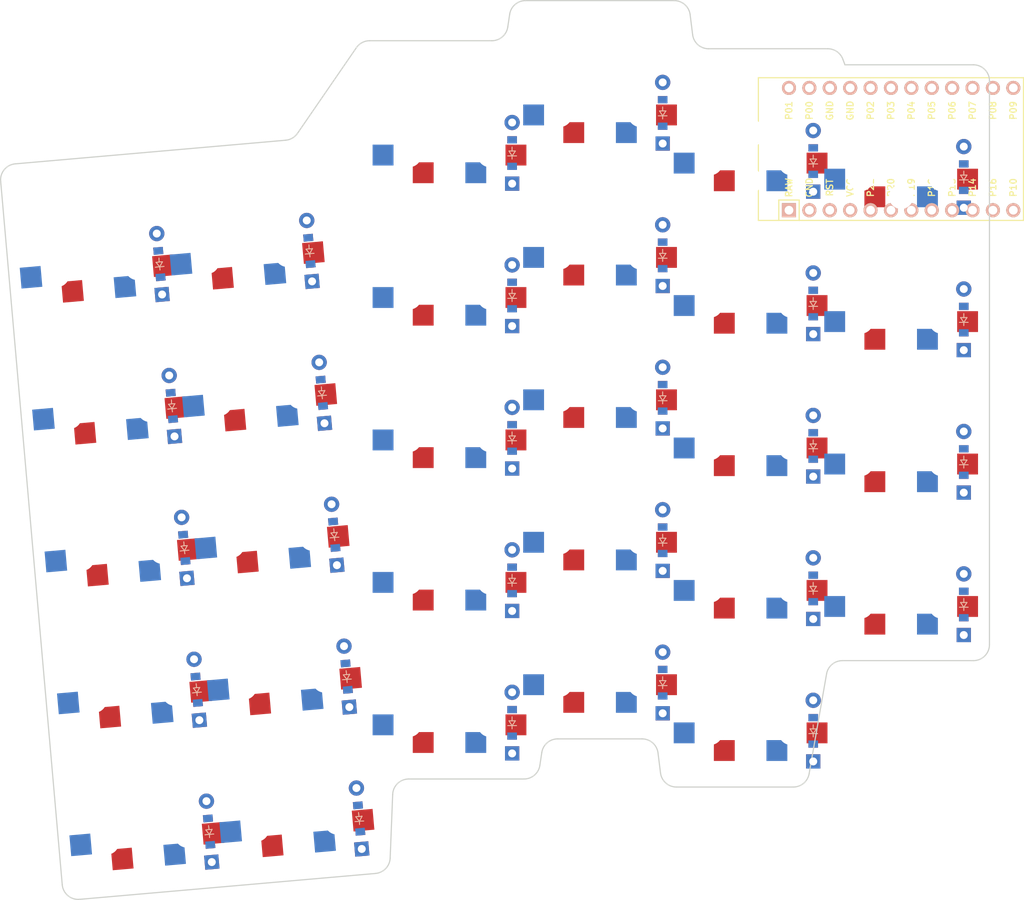
<source format=kicad_pcb>


(kicad_pcb (version 20171130) (host pcbnew 5.1.6)

  (page A3)
  (title_block
    (title "left")
    (rev "v1.0.0")
    (company "Unknown")
  )

  (general
    (thickness 1.6)
  )

  (layers
    (0 F.Cu signal)
    (31 B.Cu signal)
    (32 B.Adhes user)
    (33 F.Adhes user)
    (34 B.Paste user)
    (35 F.Paste user)
    (36 B.SilkS user)
    (37 F.SilkS user)
    (38 B.Mask user)
    (39 F.Mask user)
    (40 Dwgs.User user)
    (41 Cmts.User user)
    (42 Eco1.User user)
    (43 Eco2.User user)
    (44 Edge.Cuts user)
    (45 Margin user)
    (46 B.CrtYd user)
    (47 F.CrtYd user)
    (48 B.Fab user)
    (49 F.Fab user)
  )

  (setup
    (last_trace_width 0.25)
    (trace_clearance 0.2)
    (zone_clearance 0.508)
    (zone_45_only no)
    (trace_min 0.2)
    (via_size 0.8)
    (via_drill 0.4)
    (via_min_size 0.4)
    (via_min_drill 0.3)
    (uvia_size 0.3)
    (uvia_drill 0.1)
    (uvias_allowed no)
    (uvia_min_size 0.2)
    (uvia_min_drill 0.1)
    (edge_width 0.05)
    (segment_width 0.2)
    (pcb_text_width 0.3)
    (pcb_text_size 1.5 1.5)
    (mod_edge_width 0.12)
    (mod_text_size 1 1)
    (mod_text_width 0.15)
    (pad_size 1.524 1.524)
    (pad_drill 0.762)
    (pad_to_mask_clearance 0.05)
    (aux_axis_origin 0 0)
    (visible_elements FFFFFF7F)
    (pcbplotparams
      (layerselection 0x010fc_ffffffff)
      (usegerberextensions false)
      (usegerberattributes true)
      (usegerberadvancedattributes true)
      (creategerberjobfile true)
      (excludeedgelayer true)
      (linewidth 0.100000)
      (plotframeref false)
      (viasonmask false)
      (mode 1)
      (useauxorigin false)
      (hpglpennumber 1)
      (hpglpenspeed 20)
      (hpglpendiameter 15.000000)
      (psnegative false)
      (psa4output false)
      (plotreference true)
      (plotvalue true)
      (plotinvisibletext false)
      (padsonsilk false)
      (subtractmaskfromsilk false)
      (outputformat 1)
      (mirror false)
      (drillshape 1)
      (scaleselection 1)
      (outputdirectory ""))
  )

  (net 0 "")
(net 1 "outer_mod")
(net 2 "outer_bottom")
(net 3 "outer_home")
(net 4 "outer_top")
(net 5 "outer_num")
(net 6 "pinky_mod")
(net 7 "pinky_bottom")
(net 8 "pinky_home")
(net 9 "pinky_top")
(net 10 "pinky_num")
(net 11 "ring_mod")
(net 12 "ring_bottom")
(net 13 "ring_home")
(net 14 "ring_top")
(net 15 "ring_num")
(net 16 "middle_mod")
(net 17 "middle_bottom")
(net 18 "middle_home")
(net 19 "middle_top")
(net 20 "middle_num")
(net 21 "index_mod")
(net 22 "index_bottom")
(net 23 "index_home")
(net 24 "index_top")
(net 25 "index_num")
(net 26 "inner_bottom")
(net 27 "inner_home")
(net 28 "inner_top")
(net 29 "inner_num")
(net 30 "RAW")
(net 31 "GND")
(net 32 "RST")
(net 33 "VCC")
(net 34 "P21")
(net 35 "P20")
(net 36 "P19")
(net 37 "P18")
(net 38 "P15")
(net 39 "P14")
(net 40 "P16")
(net 41 "P10")
(net 42 "P1")
(net 43 "P0")
(net 44 "P2")
(net 45 "P3")
(net 46 "P4")
(net 47 "P5")
(net 48 "P6")
(net 49 "P7")
(net 50 "P8")
(net 51 "P9")

  (net_class Default "This is the default net class."
    (clearance 0.2)
    (trace_width 0.25)
    (via_dia 0.8)
    (via_drill 0.4)
    (uvia_dia 0.3)
    (uvia_drill 0.1)
    (add_net "")
(add_net "outer_mod")
(add_net "outer_bottom")
(add_net "outer_home")
(add_net "outer_top")
(add_net "outer_num")
(add_net "pinky_mod")
(add_net "pinky_bottom")
(add_net "pinky_home")
(add_net "pinky_top")
(add_net "pinky_num")
(add_net "ring_mod")
(add_net "ring_bottom")
(add_net "ring_home")
(add_net "ring_top")
(add_net "ring_num")
(add_net "middle_mod")
(add_net "middle_bottom")
(add_net "middle_home")
(add_net "middle_top")
(add_net "middle_num")
(add_net "index_mod")
(add_net "index_bottom")
(add_net "index_home")
(add_net "index_top")
(add_net "index_num")
(add_net "inner_bottom")
(add_net "inner_home")
(add_net "inner_top")
(add_net "inner_num")
(add_net "RAW")
(add_net "GND")
(add_net "RST")
(add_net "VCC")
(add_net "P21")
(add_net "P20")
(add_net "P19")
(add_net "P18")
(add_net "P15")
(add_net "P14")
(add_net "P16")
(add_net "P10")
(add_net "P1")
(add_net "P0")
(add_net "P2")
(add_net "P3")
(add_net "P4")
(add_net "P5")
(add_net "P6")
(add_net "P7")
(add_net "P8")
(add_net "P9")
  )

  
        
      (module PG1350 (layer F.Cu) (tedit 5DD50112)
      (at 100 150 185)

      
      (fp_text reference "S1" (at 0 0) (layer F.SilkS) hide (effects (font (size 1.27 1.27) (thickness 0.15))))
      (fp_text value "" (at 0 0) (layer F.SilkS) hide (effects (font (size 1.27 1.27) (thickness 0.15))))

      
      (fp_line (start -7 -6) (end -7 -7) (layer Dwgs.User) (width 0.15))
      (fp_line (start -7 7) (end -6 7) (layer Dwgs.User) (width 0.15))
      (fp_line (start -6 -7) (end -7 -7) (layer Dwgs.User) (width 0.15))
      (fp_line (start -7 7) (end -7 6) (layer Dwgs.User) (width 0.15))
      (fp_line (start 7 6) (end 7 7) (layer Dwgs.User) (width 0.15))
      (fp_line (start 7 -7) (end 6 -7) (layer Dwgs.User) (width 0.15))
      (fp_line (start 6 7) (end 7 7) (layer Dwgs.User) (width 0.15))
      (fp_line (start 7 -7) (end 7 -6) (layer Dwgs.User) (width 0.15))      
      
      
      (pad "" np_thru_hole circle (at 0 0) (size 3.429 3.429) (drill 3.429) (layers *.Cu *.Mask))
        
      
      (pad "" np_thru_hole circle (at 5.5 0) (size 1.7018 1.7018) (drill 1.7018) (layers *.Cu *.Mask))
      (pad "" np_thru_hole circle (at -5.5 0) (size 1.7018 1.7018) (drill 1.7018) (layers *.Cu *.Mask))
      
        
      
      (fp_line (start -9 -8.5) (end 9 -8.5) (layer Dwgs.User) (width 0.15))
      (fp_line (start 9 -8.5) (end 9 8.5) (layer Dwgs.User) (width 0.15))
      (fp_line (start 9 8.5) (end -9 8.5) (layer Dwgs.User) (width 0.15))
      (fp_line (start -9 8.5) (end -9 -8.5) (layer Dwgs.User) (width 0.15))
      
        
          
          (pad "" np_thru_hole circle (at 5 -3.75) (size 3 3) (drill 3) (layers *.Cu *.Mask))
          (pad "" np_thru_hole circle (at 0 -5.95) (size 3 3) (drill 3) (layers *.Cu *.Mask))
      
          
          (pad 1 smd rect (at -3.275 -5.95 185) (size 2.6 2.6) (layers B.Cu B.Paste B.Mask)  (net 0 ""))
          (pad 2 smd rect (at 8.275 -3.75 185) (size 2.6 2.6) (layers B.Cu B.Paste B.Mask)  (net 1 "outer_mod"))
        
        
          
          (pad "" np_thru_hole circle (at -5 -3.75) (size 3 3) (drill 3) (layers *.Cu *.Mask))
          (pad "" np_thru_hole circle (at 0 -5.95) (size 3 3) (drill 3) (layers *.Cu *.Mask))
      
          
          (pad 1 smd rect (at 3.275 -5.95 185) (size 2.6 2.6) (layers F.Cu F.Paste F.Mask)  (net 0 ""))
          (pad 2 smd rect (at -8.275 -3.75 185) (size 2.6 2.6) (layers F.Cu F.Paste F.Mask)  (net 1 "outer_mod"))
        )
        

        
      (module PG1350 (layer F.Cu) (tedit 5DD50112)
      (at 98.4529856 132.3175441 185)

      
      (fp_text reference "S2" (at 0 0) (layer F.SilkS) hide (effects (font (size 1.27 1.27) (thickness 0.15))))
      (fp_text value "" (at 0 0) (layer F.SilkS) hide (effects (font (size 1.27 1.27) (thickness 0.15))))

      
      (fp_line (start -7 -6) (end -7 -7) (layer Dwgs.User) (width 0.15))
      (fp_line (start -7 7) (end -6 7) (layer Dwgs.User) (width 0.15))
      (fp_line (start -6 -7) (end -7 -7) (layer Dwgs.User) (width 0.15))
      (fp_line (start -7 7) (end -7 6) (layer Dwgs.User) (width 0.15))
      (fp_line (start 7 6) (end 7 7) (layer Dwgs.User) (width 0.15))
      (fp_line (start 7 -7) (end 6 -7) (layer Dwgs.User) (width 0.15))
      (fp_line (start 6 7) (end 7 7) (layer Dwgs.User) (width 0.15))
      (fp_line (start 7 -7) (end 7 -6) (layer Dwgs.User) (width 0.15))      
      
      
      (pad "" np_thru_hole circle (at 0 0) (size 3.429 3.429) (drill 3.429) (layers *.Cu *.Mask))
        
      
      (pad "" np_thru_hole circle (at 5.5 0) (size 1.7018 1.7018) (drill 1.7018) (layers *.Cu *.Mask))
      (pad "" np_thru_hole circle (at -5.5 0) (size 1.7018 1.7018) (drill 1.7018) (layers *.Cu *.Mask))
      
        
      
      (fp_line (start -9 -8.5) (end 9 -8.5) (layer Dwgs.User) (width 0.15))
      (fp_line (start 9 -8.5) (end 9 8.5) (layer Dwgs.User) (width 0.15))
      (fp_line (start 9 8.5) (end -9 8.5) (layer Dwgs.User) (width 0.15))
      (fp_line (start -9 8.5) (end -9 -8.5) (layer Dwgs.User) (width 0.15))
      
        
          
          (pad "" np_thru_hole circle (at 5 -3.75) (size 3 3) (drill 3) (layers *.Cu *.Mask))
          (pad "" np_thru_hole circle (at 0 -5.95) (size 3 3) (drill 3) (layers *.Cu *.Mask))
      
          
          (pad 1 smd rect (at -3.275 -5.95 185) (size 2.6 2.6) (layers B.Cu B.Paste B.Mask)  (net 0 ""))
          (pad 2 smd rect (at 8.275 -3.75 185) (size 2.6 2.6) (layers B.Cu B.Paste B.Mask)  (net 2 "outer_bottom"))
        
        
          
          (pad "" np_thru_hole circle (at -5 -3.75) (size 3 3) (drill 3) (layers *.Cu *.Mask))
          (pad "" np_thru_hole circle (at 0 -5.95) (size 3 3) (drill 3) (layers *.Cu *.Mask))
      
          
          (pad 1 smd rect (at 3.275 -5.95 185) (size 2.6 2.6) (layers F.Cu F.Paste F.Mask)  (net 0 ""))
          (pad 2 smd rect (at -8.275 -3.75 185) (size 2.6 2.6) (layers F.Cu F.Paste F.Mask)  (net 2 "outer_bottom"))
        )
        

        
      (module PG1350 (layer F.Cu) (tedit 5DD50112)
      (at 96.90597120000001 114.63508819999998 185)

      
      (fp_text reference "S3" (at 0 0) (layer F.SilkS) hide (effects (font (size 1.27 1.27) (thickness 0.15))))
      (fp_text value "" (at 0 0) (layer F.SilkS) hide (effects (font (size 1.27 1.27) (thickness 0.15))))

      
      (fp_line (start -7 -6) (end -7 -7) (layer Dwgs.User) (width 0.15))
      (fp_line (start -7 7) (end -6 7) (layer Dwgs.User) (width 0.15))
      (fp_line (start -6 -7) (end -7 -7) (layer Dwgs.User) (width 0.15))
      (fp_line (start -7 7) (end -7 6) (layer Dwgs.User) (width 0.15))
      (fp_line (start 7 6) (end 7 7) (layer Dwgs.User) (width 0.15))
      (fp_line (start 7 -7) (end 6 -7) (layer Dwgs.User) (width 0.15))
      (fp_line (start 6 7) (end 7 7) (layer Dwgs.User) (width 0.15))
      (fp_line (start 7 -7) (end 7 -6) (layer Dwgs.User) (width 0.15))      
      
      
      (pad "" np_thru_hole circle (at 0 0) (size 3.429 3.429) (drill 3.429) (layers *.Cu *.Mask))
        
      
      (pad "" np_thru_hole circle (at 5.5 0) (size 1.7018 1.7018) (drill 1.7018) (layers *.Cu *.Mask))
      (pad "" np_thru_hole circle (at -5.5 0) (size 1.7018 1.7018) (drill 1.7018) (layers *.Cu *.Mask))
      
        
      
      (fp_line (start -9 -8.5) (end 9 -8.5) (layer Dwgs.User) (width 0.15))
      (fp_line (start 9 -8.5) (end 9 8.5) (layer Dwgs.User) (width 0.15))
      (fp_line (start 9 8.5) (end -9 8.5) (layer Dwgs.User) (width 0.15))
      (fp_line (start -9 8.5) (end -9 -8.5) (layer Dwgs.User) (width 0.15))
      
        
          
          (pad "" np_thru_hole circle (at 5 -3.75) (size 3 3) (drill 3) (layers *.Cu *.Mask))
          (pad "" np_thru_hole circle (at 0 -5.95) (size 3 3) (drill 3) (layers *.Cu *.Mask))
      
          
          (pad 1 smd rect (at -3.275 -5.95 185) (size 2.6 2.6) (layers B.Cu B.Paste B.Mask)  (net 0 ""))
          (pad 2 smd rect (at 8.275 -3.75 185) (size 2.6 2.6) (layers B.Cu B.Paste B.Mask)  (net 3 "outer_home"))
        
        
          
          (pad "" np_thru_hole circle (at -5 -3.75) (size 3 3) (drill 3) (layers *.Cu *.Mask))
          (pad "" np_thru_hole circle (at 0 -5.95) (size 3 3) (drill 3) (layers *.Cu *.Mask))
      
          
          (pad 1 smd rect (at 3.275 -5.95 185) (size 2.6 2.6) (layers F.Cu F.Paste F.Mask)  (net 0 ""))
          (pad 2 smd rect (at -8.275 -3.75 185) (size 2.6 2.6) (layers F.Cu F.Paste F.Mask)  (net 3 "outer_home"))
        )
        

        
      (module PG1350 (layer F.Cu) (tedit 5DD50112)
      (at 95.35895680000002 96.95263229999998 185)

      
      (fp_text reference "S4" (at 0 0) (layer F.SilkS) hide (effects (font (size 1.27 1.27) (thickness 0.15))))
      (fp_text value "" (at 0 0) (layer F.SilkS) hide (effects (font (size 1.27 1.27) (thickness 0.15))))

      
      (fp_line (start -7 -6) (end -7 -7) (layer Dwgs.User) (width 0.15))
      (fp_line (start -7 7) (end -6 7) (layer Dwgs.User) (width 0.15))
      (fp_line (start -6 -7) (end -7 -7) (layer Dwgs.User) (width 0.15))
      (fp_line (start -7 7) (end -7 6) (layer Dwgs.User) (width 0.15))
      (fp_line (start 7 6) (end 7 7) (layer Dwgs.User) (width 0.15))
      (fp_line (start 7 -7) (end 6 -7) (layer Dwgs.User) (width 0.15))
      (fp_line (start 6 7) (end 7 7) (layer Dwgs.User) (width 0.15))
      (fp_line (start 7 -7) (end 7 -6) (layer Dwgs.User) (width 0.15))      
      
      
      (pad "" np_thru_hole circle (at 0 0) (size 3.429 3.429) (drill 3.429) (layers *.Cu *.Mask))
        
      
      (pad "" np_thru_hole circle (at 5.5 0) (size 1.7018 1.7018) (drill 1.7018) (layers *.Cu *.Mask))
      (pad "" np_thru_hole circle (at -5.5 0) (size 1.7018 1.7018) (drill 1.7018) (layers *.Cu *.Mask))
      
        
      
      (fp_line (start -9 -8.5) (end 9 -8.5) (layer Dwgs.User) (width 0.15))
      (fp_line (start 9 -8.5) (end 9 8.5) (layer Dwgs.User) (width 0.15))
      (fp_line (start 9 8.5) (end -9 8.5) (layer Dwgs.User) (width 0.15))
      (fp_line (start -9 8.5) (end -9 -8.5) (layer Dwgs.User) (width 0.15))
      
        
          
          (pad "" np_thru_hole circle (at 5 -3.75) (size 3 3) (drill 3) (layers *.Cu *.Mask))
          (pad "" np_thru_hole circle (at 0 -5.95) (size 3 3) (drill 3) (layers *.Cu *.Mask))
      
          
          (pad 1 smd rect (at -3.275 -5.95 185) (size 2.6 2.6) (layers B.Cu B.Paste B.Mask)  (net 0 ""))
          (pad 2 smd rect (at 8.275 -3.75 185) (size 2.6 2.6) (layers B.Cu B.Paste B.Mask)  (net 4 "outer_top"))
        
        
          
          (pad "" np_thru_hole circle (at -5 -3.75) (size 3 3) (drill 3) (layers *.Cu *.Mask))
          (pad "" np_thru_hole circle (at 0 -5.95) (size 3 3) (drill 3) (layers *.Cu *.Mask))
      
          
          (pad 1 smd rect (at 3.275 -5.95 185) (size 2.6 2.6) (layers F.Cu F.Paste F.Mask)  (net 0 ""))
          (pad 2 smd rect (at -8.275 -3.75 185) (size 2.6 2.6) (layers F.Cu F.Paste F.Mask)  (net 4 "outer_top"))
        )
        

        
      (module PG1350 (layer F.Cu) (tedit 5DD50112)
      (at 93.81194240000002 79.27017639999997 185)

      
      (fp_text reference "S5" (at 0 0) (layer F.SilkS) hide (effects (font (size 1.27 1.27) (thickness 0.15))))
      (fp_text value "" (at 0 0) (layer F.SilkS) hide (effects (font (size 1.27 1.27) (thickness 0.15))))

      
      (fp_line (start -7 -6) (end -7 -7) (layer Dwgs.User) (width 0.15))
      (fp_line (start -7 7) (end -6 7) (layer Dwgs.User) (width 0.15))
      (fp_line (start -6 -7) (end -7 -7) (layer Dwgs.User) (width 0.15))
      (fp_line (start -7 7) (end -7 6) (layer Dwgs.User) (width 0.15))
      (fp_line (start 7 6) (end 7 7) (layer Dwgs.User) (width 0.15))
      (fp_line (start 7 -7) (end 6 -7) (layer Dwgs.User) (width 0.15))
      (fp_line (start 6 7) (end 7 7) (layer Dwgs.User) (width 0.15))
      (fp_line (start 7 -7) (end 7 -6) (layer Dwgs.User) (width 0.15))      
      
      
      (pad "" np_thru_hole circle (at 0 0) (size 3.429 3.429) (drill 3.429) (layers *.Cu *.Mask))
        
      
      (pad "" np_thru_hole circle (at 5.5 0) (size 1.7018 1.7018) (drill 1.7018) (layers *.Cu *.Mask))
      (pad "" np_thru_hole circle (at -5.5 0) (size 1.7018 1.7018) (drill 1.7018) (layers *.Cu *.Mask))
      
        
      
      (fp_line (start -9 -8.5) (end 9 -8.5) (layer Dwgs.User) (width 0.15))
      (fp_line (start 9 -8.5) (end 9 8.5) (layer Dwgs.User) (width 0.15))
      (fp_line (start 9 8.5) (end -9 8.5) (layer Dwgs.User) (width 0.15))
      (fp_line (start -9 8.5) (end -9 -8.5) (layer Dwgs.User) (width 0.15))
      
        
          
          (pad "" np_thru_hole circle (at 5 -3.75) (size 3 3) (drill 3) (layers *.Cu *.Mask))
          (pad "" np_thru_hole circle (at 0 -5.95) (size 3 3) (drill 3) (layers *.Cu *.Mask))
      
          
          (pad 1 smd rect (at -3.275 -5.95 185) (size 2.6 2.6) (layers B.Cu B.Paste B.Mask)  (net 0 ""))
          (pad 2 smd rect (at 8.275 -3.75 185) (size 2.6 2.6) (layers B.Cu B.Paste B.Mask)  (net 5 "outer_num"))
        
        
          
          (pad "" np_thru_hole circle (at -5 -3.75) (size 3 3) (drill 3) (layers *.Cu *.Mask))
          (pad "" np_thru_hole circle (at 0 -5.95) (size 3 3) (drill 3) (layers *.Cu *.Mask))
      
          
          (pad 1 smd rect (at 3.275 -5.95 185) (size 2.6 2.6) (layers F.Cu F.Paste F.Mask)  (net 0 ""))
          (pad 2 smd rect (at -8.275 -3.75 185) (size 2.6 2.6) (layers F.Cu F.Paste F.Mask)  (net 5 "outer_num"))
        )
        

        
      (module PG1350 (layer F.Cu) (tedit 5DD50112)
      (at 118.6786506 148.3658298 185)

      
      (fp_text reference "S6" (at 0 0) (layer F.SilkS) hide (effects (font (size 1.27 1.27) (thickness 0.15))))
      (fp_text value "" (at 0 0) (layer F.SilkS) hide (effects (font (size 1.27 1.27) (thickness 0.15))))

      
      (fp_line (start -7 -6) (end -7 -7) (layer Dwgs.User) (width 0.15))
      (fp_line (start -7 7) (end -6 7) (layer Dwgs.User) (width 0.15))
      (fp_line (start -6 -7) (end -7 -7) (layer Dwgs.User) (width 0.15))
      (fp_line (start -7 7) (end -7 6) (layer Dwgs.User) (width 0.15))
      (fp_line (start 7 6) (end 7 7) (layer Dwgs.User) (width 0.15))
      (fp_line (start 7 -7) (end 6 -7) (layer Dwgs.User) (width 0.15))
      (fp_line (start 6 7) (end 7 7) (layer Dwgs.User) (width 0.15))
      (fp_line (start 7 -7) (end 7 -6) (layer Dwgs.User) (width 0.15))      
      
      
      (pad "" np_thru_hole circle (at 0 0) (size 3.429 3.429) (drill 3.429) (layers *.Cu *.Mask))
        
      
      (pad "" np_thru_hole circle (at 5.5 0) (size 1.7018 1.7018) (drill 1.7018) (layers *.Cu *.Mask))
      (pad "" np_thru_hole circle (at -5.5 0) (size 1.7018 1.7018) (drill 1.7018) (layers *.Cu *.Mask))
      
        
      
      (fp_line (start -9 -8.5) (end 9 -8.5) (layer Dwgs.User) (width 0.15))
      (fp_line (start 9 -8.5) (end 9 8.5) (layer Dwgs.User) (width 0.15))
      (fp_line (start 9 8.5) (end -9 8.5) (layer Dwgs.User) (width 0.15))
      (fp_line (start -9 8.5) (end -9 -8.5) (layer Dwgs.User) (width 0.15))
      
        
          
          (pad "" np_thru_hole circle (at 5 -3.75) (size 3 3) (drill 3) (layers *.Cu *.Mask))
          (pad "" np_thru_hole circle (at 0 -5.95) (size 3 3) (drill 3) (layers *.Cu *.Mask))
      
          
          (pad 1 smd rect (at -3.275 -5.95 185) (size 2.6 2.6) (layers B.Cu B.Paste B.Mask)  (net 0 ""))
          (pad 2 smd rect (at 8.275 -3.75 185) (size 2.6 2.6) (layers B.Cu B.Paste B.Mask)  (net 6 "pinky_mod"))
        
        
          
          (pad "" np_thru_hole circle (at -5 -3.75) (size 3 3) (drill 3) (layers *.Cu *.Mask))
          (pad "" np_thru_hole circle (at 0 -5.95) (size 3 3) (drill 3) (layers *.Cu *.Mask))
      
          
          (pad 1 smd rect (at 3.275 -5.95 185) (size 2.6 2.6) (layers F.Cu F.Paste F.Mask)  (net 0 ""))
          (pad 2 smd rect (at -8.275 -3.75 185) (size 2.6 2.6) (layers F.Cu F.Paste F.Mask)  (net 6 "pinky_mod"))
        )
        

        
      (module PG1350 (layer F.Cu) (tedit 5DD50112)
      (at 117.1316362 130.6833739 185)

      
      (fp_text reference "S7" (at 0 0) (layer F.SilkS) hide (effects (font (size 1.27 1.27) (thickness 0.15))))
      (fp_text value "" (at 0 0) (layer F.SilkS) hide (effects (font (size 1.27 1.27) (thickness 0.15))))

      
      (fp_line (start -7 -6) (end -7 -7) (layer Dwgs.User) (width 0.15))
      (fp_line (start -7 7) (end -6 7) (layer Dwgs.User) (width 0.15))
      (fp_line (start -6 -7) (end -7 -7) (layer Dwgs.User) (width 0.15))
      (fp_line (start -7 7) (end -7 6) (layer Dwgs.User) (width 0.15))
      (fp_line (start 7 6) (end 7 7) (layer Dwgs.User) (width 0.15))
      (fp_line (start 7 -7) (end 6 -7) (layer Dwgs.User) (width 0.15))
      (fp_line (start 6 7) (end 7 7) (layer Dwgs.User) (width 0.15))
      (fp_line (start 7 -7) (end 7 -6) (layer Dwgs.User) (width 0.15))      
      
      
      (pad "" np_thru_hole circle (at 0 0) (size 3.429 3.429) (drill 3.429) (layers *.Cu *.Mask))
        
      
      (pad "" np_thru_hole circle (at 5.5 0) (size 1.7018 1.7018) (drill 1.7018) (layers *.Cu *.Mask))
      (pad "" np_thru_hole circle (at -5.5 0) (size 1.7018 1.7018) (drill 1.7018) (layers *.Cu *.Mask))
      
        
      
      (fp_line (start -9 -8.5) (end 9 -8.5) (layer Dwgs.User) (width 0.15))
      (fp_line (start 9 -8.5) (end 9 8.5) (layer Dwgs.User) (width 0.15))
      (fp_line (start 9 8.5) (end -9 8.5) (layer Dwgs.User) (width 0.15))
      (fp_line (start -9 8.5) (end -9 -8.5) (layer Dwgs.User) (width 0.15))
      
        
          
          (pad "" np_thru_hole circle (at 5 -3.75) (size 3 3) (drill 3) (layers *.Cu *.Mask))
          (pad "" np_thru_hole circle (at 0 -5.95) (size 3 3) (drill 3) (layers *.Cu *.Mask))
      
          
          (pad 1 smd rect (at -3.275 -5.95 185) (size 2.6 2.6) (layers B.Cu B.Paste B.Mask)  (net 0 ""))
          (pad 2 smd rect (at 8.275 -3.75 185) (size 2.6 2.6) (layers B.Cu B.Paste B.Mask)  (net 7 "pinky_bottom"))
        
        
          
          (pad "" np_thru_hole circle (at -5 -3.75) (size 3 3) (drill 3) (layers *.Cu *.Mask))
          (pad "" np_thru_hole circle (at 0 -5.95) (size 3 3) (drill 3) (layers *.Cu *.Mask))
      
          
          (pad 1 smd rect (at 3.275 -5.95 185) (size 2.6 2.6) (layers F.Cu F.Paste F.Mask)  (net 0 ""))
          (pad 2 smd rect (at -8.275 -3.75 185) (size 2.6 2.6) (layers F.Cu F.Paste F.Mask)  (net 7 "pinky_bottom"))
        )
        

        
      (module PG1350 (layer F.Cu) (tedit 5DD50112)
      (at 115.58462180000001 113.00091799999998 185)

      
      (fp_text reference "S8" (at 0 0) (layer F.SilkS) hide (effects (font (size 1.27 1.27) (thickness 0.15))))
      (fp_text value "" (at 0 0) (layer F.SilkS) hide (effects (font (size 1.27 1.27) (thickness 0.15))))

      
      (fp_line (start -7 -6) (end -7 -7) (layer Dwgs.User) (width 0.15))
      (fp_line (start -7 7) (end -6 7) (layer Dwgs.User) (width 0.15))
      (fp_line (start -6 -7) (end -7 -7) (layer Dwgs.User) (width 0.15))
      (fp_line (start -7 7) (end -7 6) (layer Dwgs.User) (width 0.15))
      (fp_line (start 7 6) (end 7 7) (layer Dwgs.User) (width 0.15))
      (fp_line (start 7 -7) (end 6 -7) (layer Dwgs.User) (width 0.15))
      (fp_line (start 6 7) (end 7 7) (layer Dwgs.User) (width 0.15))
      (fp_line (start 7 -7) (end 7 -6) (layer Dwgs.User) (width 0.15))      
      
      
      (pad "" np_thru_hole circle (at 0 0) (size 3.429 3.429) (drill 3.429) (layers *.Cu *.Mask))
        
      
      (pad "" np_thru_hole circle (at 5.5 0) (size 1.7018 1.7018) (drill 1.7018) (layers *.Cu *.Mask))
      (pad "" np_thru_hole circle (at -5.5 0) (size 1.7018 1.7018) (drill 1.7018) (layers *.Cu *.Mask))
      
        
      
      (fp_line (start -9 -8.5) (end 9 -8.5) (layer Dwgs.User) (width 0.15))
      (fp_line (start 9 -8.5) (end 9 8.5) (layer Dwgs.User) (width 0.15))
      (fp_line (start 9 8.5) (end -9 8.5) (layer Dwgs.User) (width 0.15))
      (fp_line (start -9 8.5) (end -9 -8.5) (layer Dwgs.User) (width 0.15))
      
        
          
          (pad "" np_thru_hole circle (at 5 -3.75) (size 3 3) (drill 3) (layers *.Cu *.Mask))
          (pad "" np_thru_hole circle (at 0 -5.95) (size 3 3) (drill 3) (layers *.Cu *.Mask))
      
          
          (pad 1 smd rect (at -3.275 -5.95 185) (size 2.6 2.6) (layers B.Cu B.Paste B.Mask)  (net 0 ""))
          (pad 2 smd rect (at 8.275 -3.75 185) (size 2.6 2.6) (layers B.Cu B.Paste B.Mask)  (net 8 "pinky_home"))
        
        
          
          (pad "" np_thru_hole circle (at -5 -3.75) (size 3 3) (drill 3) (layers *.Cu *.Mask))
          (pad "" np_thru_hole circle (at 0 -5.95) (size 3 3) (drill 3) (layers *.Cu *.Mask))
      
          
          (pad 1 smd rect (at 3.275 -5.95 185) (size 2.6 2.6) (layers F.Cu F.Paste F.Mask)  (net 0 ""))
          (pad 2 smd rect (at -8.275 -3.75 185) (size 2.6 2.6) (layers F.Cu F.Paste F.Mask)  (net 8 "pinky_home"))
        )
        

        
      (module PG1350 (layer F.Cu) (tedit 5DD50112)
      (at 114.03760740000001 95.31846209999998 185)

      
      (fp_text reference "S9" (at 0 0) (layer F.SilkS) hide (effects (font (size 1.27 1.27) (thickness 0.15))))
      (fp_text value "" (at 0 0) (layer F.SilkS) hide (effects (font (size 1.27 1.27) (thickness 0.15))))

      
      (fp_line (start -7 -6) (end -7 -7) (layer Dwgs.User) (width 0.15))
      (fp_line (start -7 7) (end -6 7) (layer Dwgs.User) (width 0.15))
      (fp_line (start -6 -7) (end -7 -7) (layer Dwgs.User) (width 0.15))
      (fp_line (start -7 7) (end -7 6) (layer Dwgs.User) (width 0.15))
      (fp_line (start 7 6) (end 7 7) (layer Dwgs.User) (width 0.15))
      (fp_line (start 7 -7) (end 6 -7) (layer Dwgs.User) (width 0.15))
      (fp_line (start 6 7) (end 7 7) (layer Dwgs.User) (width 0.15))
      (fp_line (start 7 -7) (end 7 -6) (layer Dwgs.User) (width 0.15))      
      
      
      (pad "" np_thru_hole circle (at 0 0) (size 3.429 3.429) (drill 3.429) (layers *.Cu *.Mask))
        
      
      (pad "" np_thru_hole circle (at 5.5 0) (size 1.7018 1.7018) (drill 1.7018) (layers *.Cu *.Mask))
      (pad "" np_thru_hole circle (at -5.5 0) (size 1.7018 1.7018) (drill 1.7018) (layers *.Cu *.Mask))
      
        
      
      (fp_line (start -9 -8.5) (end 9 -8.5) (layer Dwgs.User) (width 0.15))
      (fp_line (start 9 -8.5) (end 9 8.5) (layer Dwgs.User) (width 0.15))
      (fp_line (start 9 8.5) (end -9 8.5) (layer Dwgs.User) (width 0.15))
      (fp_line (start -9 8.5) (end -9 -8.5) (layer Dwgs.User) (width 0.15))
      
        
          
          (pad "" np_thru_hole circle (at 5 -3.75) (size 3 3) (drill 3) (layers *.Cu *.Mask))
          (pad "" np_thru_hole circle (at 0 -5.95) (size 3 3) (drill 3) (layers *.Cu *.Mask))
      
          
          (pad 1 smd rect (at -3.275 -5.95 185) (size 2.6 2.6) (layers B.Cu B.Paste B.Mask)  (net 0 ""))
          (pad 2 smd rect (at 8.275 -3.75 185) (size 2.6 2.6) (layers B.Cu B.Paste B.Mask)  (net 9 "pinky_top"))
        
        
          
          (pad "" np_thru_hole circle (at -5 -3.75) (size 3 3) (drill 3) (layers *.Cu *.Mask))
          (pad "" np_thru_hole circle (at 0 -5.95) (size 3 3) (drill 3) (layers *.Cu *.Mask))
      
          
          (pad 1 smd rect (at 3.275 -5.95 185) (size 2.6 2.6) (layers F.Cu F.Paste F.Mask)  (net 0 ""))
          (pad 2 smd rect (at -8.275 -3.75 185) (size 2.6 2.6) (layers F.Cu F.Paste F.Mask)  (net 9 "pinky_top"))
        )
        

        
      (module PG1350 (layer F.Cu) (tedit 5DD50112)
      (at 112.49059300000002 77.63600619999997 185)

      
      (fp_text reference "S10" (at 0 0) (layer F.SilkS) hide (effects (font (size 1.27 1.27) (thickness 0.15))))
      (fp_text value "" (at 0 0) (layer F.SilkS) hide (effects (font (size 1.27 1.27) (thickness 0.15))))

      
      (fp_line (start -7 -6) (end -7 -7) (layer Dwgs.User) (width 0.15))
      (fp_line (start -7 7) (end -6 7) (layer Dwgs.User) (width 0.15))
      (fp_line (start -6 -7) (end -7 -7) (layer Dwgs.User) (width 0.15))
      (fp_line (start -7 7) (end -7 6) (layer Dwgs.User) (width 0.15))
      (fp_line (start 7 6) (end 7 7) (layer Dwgs.User) (width 0.15))
      (fp_line (start 7 -7) (end 6 -7) (layer Dwgs.User) (width 0.15))
      (fp_line (start 6 7) (end 7 7) (layer Dwgs.User) (width 0.15))
      (fp_line (start 7 -7) (end 7 -6) (layer Dwgs.User) (width 0.15))      
      
      
      (pad "" np_thru_hole circle (at 0 0) (size 3.429 3.429) (drill 3.429) (layers *.Cu *.Mask))
        
      
      (pad "" np_thru_hole circle (at 5.5 0) (size 1.7018 1.7018) (drill 1.7018) (layers *.Cu *.Mask))
      (pad "" np_thru_hole circle (at -5.5 0) (size 1.7018 1.7018) (drill 1.7018) (layers *.Cu *.Mask))
      
        
      
      (fp_line (start -9 -8.5) (end 9 -8.5) (layer Dwgs.User) (width 0.15))
      (fp_line (start 9 -8.5) (end 9 8.5) (layer Dwgs.User) (width 0.15))
      (fp_line (start 9 8.5) (end -9 8.5) (layer Dwgs.User) (width 0.15))
      (fp_line (start -9 8.5) (end -9 -8.5) (layer Dwgs.User) (width 0.15))
      
        
          
          (pad "" np_thru_hole circle (at 5 -3.75) (size 3 3) (drill 3) (layers *.Cu *.Mask))
          (pad "" np_thru_hole circle (at 0 -5.95) (size 3 3) (drill 3) (layers *.Cu *.Mask))
      
          
          (pad 1 smd rect (at -3.275 -5.95 185) (size 2.6 2.6) (layers B.Cu B.Paste B.Mask)  (net 0 ""))
          (pad 2 smd rect (at 8.275 -3.75 185) (size 2.6 2.6) (layers B.Cu B.Paste B.Mask)  (net 10 "pinky_num"))
        
        
          
          (pad "" np_thru_hole circle (at -5 -3.75) (size 3 3) (drill 3) (layers *.Cu *.Mask))
          (pad "" np_thru_hole circle (at 0 -5.95) (size 3 3) (drill 3) (layers *.Cu *.Mask))
      
          
          (pad 1 smd rect (at 3.275 -5.95 185) (size 2.6 2.6) (layers F.Cu F.Paste F.Mask)  (net 0 ""))
          (pad 2 smd rect (at -8.275 -3.75 185) (size 2.6 2.6) (layers F.Cu F.Paste F.Mask)  (net 10 "pinky_num"))
        )
        

        
      (module PG1350 (layer F.Cu) (tedit 5DD50112)
      (at 138.013055 135.7508915 180)

      
      (fp_text reference "S11" (at 0 0) (layer F.SilkS) hide (effects (font (size 1.27 1.27) (thickness 0.15))))
      (fp_text value "" (at 0 0) (layer F.SilkS) hide (effects (font (size 1.27 1.27) (thickness 0.15))))

      
      (fp_line (start -7 -6) (end -7 -7) (layer Dwgs.User) (width 0.15))
      (fp_line (start -7 7) (end -6 7) (layer Dwgs.User) (width 0.15))
      (fp_line (start -6 -7) (end -7 -7) (layer Dwgs.User) (width 0.15))
      (fp_line (start -7 7) (end -7 6) (layer Dwgs.User) (width 0.15))
      (fp_line (start 7 6) (end 7 7) (layer Dwgs.User) (width 0.15))
      (fp_line (start 7 -7) (end 6 -7) (layer Dwgs.User) (width 0.15))
      (fp_line (start 6 7) (end 7 7) (layer Dwgs.User) (width 0.15))
      (fp_line (start 7 -7) (end 7 -6) (layer Dwgs.User) (width 0.15))      
      
      
      (pad "" np_thru_hole circle (at 0 0) (size 3.429 3.429) (drill 3.429) (layers *.Cu *.Mask))
        
      
      (pad "" np_thru_hole circle (at 5.5 0) (size 1.7018 1.7018) (drill 1.7018) (layers *.Cu *.Mask))
      (pad "" np_thru_hole circle (at -5.5 0) (size 1.7018 1.7018) (drill 1.7018) (layers *.Cu *.Mask))
      
        
      
      (fp_line (start -9 -8.5) (end 9 -8.5) (layer Dwgs.User) (width 0.15))
      (fp_line (start 9 -8.5) (end 9 8.5) (layer Dwgs.User) (width 0.15))
      (fp_line (start 9 8.5) (end -9 8.5) (layer Dwgs.User) (width 0.15))
      (fp_line (start -9 8.5) (end -9 -8.5) (layer Dwgs.User) (width 0.15))
      
        
          
          (pad "" np_thru_hole circle (at 5 -3.75) (size 3 3) (drill 3) (layers *.Cu *.Mask))
          (pad "" np_thru_hole circle (at 0 -5.95) (size 3 3) (drill 3) (layers *.Cu *.Mask))
      
          
          (pad 1 smd rect (at -3.275 -5.95 180) (size 2.6 2.6) (layers B.Cu B.Paste B.Mask)  (net 0 ""))
          (pad 2 smd rect (at 8.275 -3.75 180) (size 2.6 2.6) (layers B.Cu B.Paste B.Mask)  (net 11 "ring_mod"))
        
        
          
          (pad "" np_thru_hole circle (at -5 -3.75) (size 3 3) (drill 3) (layers *.Cu *.Mask))
          (pad "" np_thru_hole circle (at 0 -5.95) (size 3 3) (drill 3) (layers *.Cu *.Mask))
      
          
          (pad 1 smd rect (at 3.275 -5.95 180) (size 2.6 2.6) (layers F.Cu F.Paste F.Mask)  (net 0 ""))
          (pad 2 smd rect (at -8.275 -3.75 180) (size 2.6 2.6) (layers F.Cu F.Paste F.Mask)  (net 11 "ring_mod"))
        )
        

        
      (module PG1350 (layer F.Cu) (tedit 5DD50112)
      (at 138.013055 118.0008915 180)

      
      (fp_text reference "S12" (at 0 0) (layer F.SilkS) hide (effects (font (size 1.27 1.27) (thickness 0.15))))
      (fp_text value "" (at 0 0) (layer F.SilkS) hide (effects (font (size 1.27 1.27) (thickness 0.15))))

      
      (fp_line (start -7 -6) (end -7 -7) (layer Dwgs.User) (width 0.15))
      (fp_line (start -7 7) (end -6 7) (layer Dwgs.User) (width 0.15))
      (fp_line (start -6 -7) (end -7 -7) (layer Dwgs.User) (width 0.15))
      (fp_line (start -7 7) (end -7 6) (layer Dwgs.User) (width 0.15))
      (fp_line (start 7 6) (end 7 7) (layer Dwgs.User) (width 0.15))
      (fp_line (start 7 -7) (end 6 -7) (layer Dwgs.User) (width 0.15))
      (fp_line (start 6 7) (end 7 7) (layer Dwgs.User) (width 0.15))
      (fp_line (start 7 -7) (end 7 -6) (layer Dwgs.User) (width 0.15))      
      
      
      (pad "" np_thru_hole circle (at 0 0) (size 3.429 3.429) (drill 3.429) (layers *.Cu *.Mask))
        
      
      (pad "" np_thru_hole circle (at 5.5 0) (size 1.7018 1.7018) (drill 1.7018) (layers *.Cu *.Mask))
      (pad "" np_thru_hole circle (at -5.5 0) (size 1.7018 1.7018) (drill 1.7018) (layers *.Cu *.Mask))
      
        
      
      (fp_line (start -9 -8.5) (end 9 -8.5) (layer Dwgs.User) (width 0.15))
      (fp_line (start 9 -8.5) (end 9 8.5) (layer Dwgs.User) (width 0.15))
      (fp_line (start 9 8.5) (end -9 8.5) (layer Dwgs.User) (width 0.15))
      (fp_line (start -9 8.5) (end -9 -8.5) (layer Dwgs.User) (width 0.15))
      
        
          
          (pad "" np_thru_hole circle (at 5 -3.75) (size 3 3) (drill 3) (layers *.Cu *.Mask))
          (pad "" np_thru_hole circle (at 0 -5.95) (size 3 3) (drill 3) (layers *.Cu *.Mask))
      
          
          (pad 1 smd rect (at -3.275 -5.95 180) (size 2.6 2.6) (layers B.Cu B.Paste B.Mask)  (net 0 ""))
          (pad 2 smd rect (at 8.275 -3.75 180) (size 2.6 2.6) (layers B.Cu B.Paste B.Mask)  (net 12 "ring_bottom"))
        
        
          
          (pad "" np_thru_hole circle (at -5 -3.75) (size 3 3) (drill 3) (layers *.Cu *.Mask))
          (pad "" np_thru_hole circle (at 0 -5.95) (size 3 3) (drill 3) (layers *.Cu *.Mask))
      
          
          (pad 1 smd rect (at 3.275 -5.95 180) (size 2.6 2.6) (layers F.Cu F.Paste F.Mask)  (net 0 ""))
          (pad 2 smd rect (at -8.275 -3.75 180) (size 2.6 2.6) (layers F.Cu F.Paste F.Mask)  (net 12 "ring_bottom"))
        )
        

        
      (module PG1350 (layer F.Cu) (tedit 5DD50112)
      (at 138.013055 100.2508915 180)

      
      (fp_text reference "S13" (at 0 0) (layer F.SilkS) hide (effects (font (size 1.27 1.27) (thickness 0.15))))
      (fp_text value "" (at 0 0) (layer F.SilkS) hide (effects (font (size 1.27 1.27) (thickness 0.15))))

      
      (fp_line (start -7 -6) (end -7 -7) (layer Dwgs.User) (width 0.15))
      (fp_line (start -7 7) (end -6 7) (layer Dwgs.User) (width 0.15))
      (fp_line (start -6 -7) (end -7 -7) (layer Dwgs.User) (width 0.15))
      (fp_line (start -7 7) (end -7 6) (layer Dwgs.User) (width 0.15))
      (fp_line (start 7 6) (end 7 7) (layer Dwgs.User) (width 0.15))
      (fp_line (start 7 -7) (end 6 -7) (layer Dwgs.User) (width 0.15))
      (fp_line (start 6 7) (end 7 7) (layer Dwgs.User) (width 0.15))
      (fp_line (start 7 -7) (end 7 -6) (layer Dwgs.User) (width 0.15))      
      
      
      (pad "" np_thru_hole circle (at 0 0) (size 3.429 3.429) (drill 3.429) (layers *.Cu *.Mask))
        
      
      (pad "" np_thru_hole circle (at 5.5 0) (size 1.7018 1.7018) (drill 1.7018) (layers *.Cu *.Mask))
      (pad "" np_thru_hole circle (at -5.5 0) (size 1.7018 1.7018) (drill 1.7018) (layers *.Cu *.Mask))
      
        
      
      (fp_line (start -9 -8.5) (end 9 -8.5) (layer Dwgs.User) (width 0.15))
      (fp_line (start 9 -8.5) (end 9 8.5) (layer Dwgs.User) (width 0.15))
      (fp_line (start 9 8.5) (end -9 8.5) (layer Dwgs.User) (width 0.15))
      (fp_line (start -9 8.5) (end -9 -8.5) (layer Dwgs.User) (width 0.15))
      
        
          
          (pad "" np_thru_hole circle (at 5 -3.75) (size 3 3) (drill 3) (layers *.Cu *.Mask))
          (pad "" np_thru_hole circle (at 0 -5.95) (size 3 3) (drill 3) (layers *.Cu *.Mask))
      
          
          (pad 1 smd rect (at -3.275 -5.95 180) (size 2.6 2.6) (layers B.Cu B.Paste B.Mask)  (net 0 ""))
          (pad 2 smd rect (at 8.275 -3.75 180) (size 2.6 2.6) (layers B.Cu B.Paste B.Mask)  (net 13 "ring_home"))
        
        
          
          (pad "" np_thru_hole circle (at -5 -3.75) (size 3 3) (drill 3) (layers *.Cu *.Mask))
          (pad "" np_thru_hole circle (at 0 -5.95) (size 3 3) (drill 3) (layers *.Cu *.Mask))
      
          
          (pad 1 smd rect (at 3.275 -5.95 180) (size 2.6 2.6) (layers F.Cu F.Paste F.Mask)  (net 0 ""))
          (pad 2 smd rect (at -8.275 -3.75 180) (size 2.6 2.6) (layers F.Cu F.Paste F.Mask)  (net 13 "ring_home"))
        )
        

        
      (module PG1350 (layer F.Cu) (tedit 5DD50112)
      (at 138.013055 82.5008915 180)

      
      (fp_text reference "S14" (at 0 0) (layer F.SilkS) hide (effects (font (size 1.27 1.27) (thickness 0.15))))
      (fp_text value "" (at 0 0) (layer F.SilkS) hide (effects (font (size 1.27 1.27) (thickness 0.15))))

      
      (fp_line (start -7 -6) (end -7 -7) (layer Dwgs.User) (width 0.15))
      (fp_line (start -7 7) (end -6 7) (layer Dwgs.User) (width 0.15))
      (fp_line (start -6 -7) (end -7 -7) (layer Dwgs.User) (width 0.15))
      (fp_line (start -7 7) (end -7 6) (layer Dwgs.User) (width 0.15))
      (fp_line (start 7 6) (end 7 7) (layer Dwgs.User) (width 0.15))
      (fp_line (start 7 -7) (end 6 -7) (layer Dwgs.User) (width 0.15))
      (fp_line (start 6 7) (end 7 7) (layer Dwgs.User) (width 0.15))
      (fp_line (start 7 -7) (end 7 -6) (layer Dwgs.User) (width 0.15))      
      
      
      (pad "" np_thru_hole circle (at 0 0) (size 3.429 3.429) (drill 3.429) (layers *.Cu *.Mask))
        
      
      (pad "" np_thru_hole circle (at 5.5 0) (size 1.7018 1.7018) (drill 1.7018) (layers *.Cu *.Mask))
      (pad "" np_thru_hole circle (at -5.5 0) (size 1.7018 1.7018) (drill 1.7018) (layers *.Cu *.Mask))
      
        
      
      (fp_line (start -9 -8.5) (end 9 -8.5) (layer Dwgs.User) (width 0.15))
      (fp_line (start 9 -8.5) (end 9 8.5) (layer Dwgs.User) (width 0.15))
      (fp_line (start 9 8.5) (end -9 8.5) (layer Dwgs.User) (width 0.15))
      (fp_line (start -9 8.5) (end -9 -8.5) (layer Dwgs.User) (width 0.15))
      
        
          
          (pad "" np_thru_hole circle (at 5 -3.75) (size 3 3) (drill 3) (layers *.Cu *.Mask))
          (pad "" np_thru_hole circle (at 0 -5.95) (size 3 3) (drill 3) (layers *.Cu *.Mask))
      
          
          (pad 1 smd rect (at -3.275 -5.95 180) (size 2.6 2.6) (layers B.Cu B.Paste B.Mask)  (net 0 ""))
          (pad 2 smd rect (at 8.275 -3.75 180) (size 2.6 2.6) (layers B.Cu B.Paste B.Mask)  (net 14 "ring_top"))
        
        
          
          (pad "" np_thru_hole circle (at -5 -3.75) (size 3 3) (drill 3) (layers *.Cu *.Mask))
          (pad "" np_thru_hole circle (at 0 -5.95) (size 3 3) (drill 3) (layers *.Cu *.Mask))
      
          
          (pad 1 smd rect (at 3.275 -5.95 180) (size 2.6 2.6) (layers F.Cu F.Paste F.Mask)  (net 0 ""))
          (pad 2 smd rect (at -8.275 -3.75 180) (size 2.6 2.6) (layers F.Cu F.Paste F.Mask)  (net 14 "ring_top"))
        )
        

        
      (module PG1350 (layer F.Cu) (tedit 5DD50112)
      (at 138.013055 64.7508915 180)

      
      (fp_text reference "S15" (at 0 0) (layer F.SilkS) hide (effects (font (size 1.27 1.27) (thickness 0.15))))
      (fp_text value "" (at 0 0) (layer F.SilkS) hide (effects (font (size 1.27 1.27) (thickness 0.15))))

      
      (fp_line (start -7 -6) (end -7 -7) (layer Dwgs.User) (width 0.15))
      (fp_line (start -7 7) (end -6 7) (layer Dwgs.User) (width 0.15))
      (fp_line (start -6 -7) (end -7 -7) (layer Dwgs.User) (width 0.15))
      (fp_line (start -7 7) (end -7 6) (layer Dwgs.User) (width 0.15))
      (fp_line (start 7 6) (end 7 7) (layer Dwgs.User) (width 0.15))
      (fp_line (start 7 -7) (end 6 -7) (layer Dwgs.User) (width 0.15))
      (fp_line (start 6 7) (end 7 7) (layer Dwgs.User) (width 0.15))
      (fp_line (start 7 -7) (end 7 -6) (layer Dwgs.User) (width 0.15))      
      
      
      (pad "" np_thru_hole circle (at 0 0) (size 3.429 3.429) (drill 3.429) (layers *.Cu *.Mask))
        
      
      (pad "" np_thru_hole circle (at 5.5 0) (size 1.7018 1.7018) (drill 1.7018) (layers *.Cu *.Mask))
      (pad "" np_thru_hole circle (at -5.5 0) (size 1.7018 1.7018) (drill 1.7018) (layers *.Cu *.Mask))
      
        
      
      (fp_line (start -9 -8.5) (end 9 -8.5) (layer Dwgs.User) (width 0.15))
      (fp_line (start 9 -8.5) (end 9 8.5) (layer Dwgs.User) (width 0.15))
      (fp_line (start 9 8.5) (end -9 8.5) (layer Dwgs.User) (width 0.15))
      (fp_line (start -9 8.5) (end -9 -8.5) (layer Dwgs.User) (width 0.15))
      
        
          
          (pad "" np_thru_hole circle (at 5 -3.75) (size 3 3) (drill 3) (layers *.Cu *.Mask))
          (pad "" np_thru_hole circle (at 0 -5.95) (size 3 3) (drill 3) (layers *.Cu *.Mask))
      
          
          (pad 1 smd rect (at -3.275 -5.95 180) (size 2.6 2.6) (layers B.Cu B.Paste B.Mask)  (net 0 ""))
          (pad 2 smd rect (at 8.275 -3.75 180) (size 2.6 2.6) (layers B.Cu B.Paste B.Mask)  (net 15 "ring_num"))
        
        
          
          (pad "" np_thru_hole circle (at -5 -3.75) (size 3 3) (drill 3) (layers *.Cu *.Mask))
          (pad "" np_thru_hole circle (at 0 -5.95) (size 3 3) (drill 3) (layers *.Cu *.Mask))
      
          
          (pad 1 smd rect (at 3.275 -5.95 180) (size 2.6 2.6) (layers F.Cu F.Paste F.Mask)  (net 0 ""))
          (pad 2 smd rect (at -8.275 -3.75 180) (size 2.6 2.6) (layers F.Cu F.Paste F.Mask)  (net 15 "ring_num"))
        )
        

        
      (module PG1350 (layer F.Cu) (tedit 5DD50112)
      (at 156.763055 130.7508914 180)

      
      (fp_text reference "S16" (at 0 0) (layer F.SilkS) hide (effects (font (size 1.27 1.27) (thickness 0.15))))
      (fp_text value "" (at 0 0) (layer F.SilkS) hide (effects (font (size 1.27 1.27) (thickness 0.15))))

      
      (fp_line (start -7 -6) (end -7 -7) (layer Dwgs.User) (width 0.15))
      (fp_line (start -7 7) (end -6 7) (layer Dwgs.User) (width 0.15))
      (fp_line (start -6 -7) (end -7 -7) (layer Dwgs.User) (width 0.15))
      (fp_line (start -7 7) (end -7 6) (layer Dwgs.User) (width 0.15))
      (fp_line (start 7 6) (end 7 7) (layer Dwgs.User) (width 0.15))
      (fp_line (start 7 -7) (end 6 -7) (layer Dwgs.User) (width 0.15))
      (fp_line (start 6 7) (end 7 7) (layer Dwgs.User) (width 0.15))
      (fp_line (start 7 -7) (end 7 -6) (layer Dwgs.User) (width 0.15))      
      
      
      (pad "" np_thru_hole circle (at 0 0) (size 3.429 3.429) (drill 3.429) (layers *.Cu *.Mask))
        
      
      (pad "" np_thru_hole circle (at 5.5 0) (size 1.7018 1.7018) (drill 1.7018) (layers *.Cu *.Mask))
      (pad "" np_thru_hole circle (at -5.5 0) (size 1.7018 1.7018) (drill 1.7018) (layers *.Cu *.Mask))
      
        
      
      (fp_line (start -9 -8.5) (end 9 -8.5) (layer Dwgs.User) (width 0.15))
      (fp_line (start 9 -8.5) (end 9 8.5) (layer Dwgs.User) (width 0.15))
      (fp_line (start 9 8.5) (end -9 8.5) (layer Dwgs.User) (width 0.15))
      (fp_line (start -9 8.5) (end -9 -8.5) (layer Dwgs.User) (width 0.15))
      
        
          
          (pad "" np_thru_hole circle (at 5 -3.75) (size 3 3) (drill 3) (layers *.Cu *.Mask))
          (pad "" np_thru_hole circle (at 0 -5.95) (size 3 3) (drill 3) (layers *.Cu *.Mask))
      
          
          (pad 1 smd rect (at -3.275 -5.95 180) (size 2.6 2.6) (layers B.Cu B.Paste B.Mask)  (net 0 ""))
          (pad 2 smd rect (at 8.275 -3.75 180) (size 2.6 2.6) (layers B.Cu B.Paste B.Mask)  (net 16 "middle_mod"))
        
        
          
          (pad "" np_thru_hole circle (at -5 -3.75) (size 3 3) (drill 3) (layers *.Cu *.Mask))
          (pad "" np_thru_hole circle (at 0 -5.95) (size 3 3) (drill 3) (layers *.Cu *.Mask))
      
          
          (pad 1 smd rect (at 3.275 -5.95 180) (size 2.6 2.6) (layers F.Cu F.Paste F.Mask)  (net 0 ""))
          (pad 2 smd rect (at -8.275 -3.75 180) (size 2.6 2.6) (layers F.Cu F.Paste F.Mask)  (net 16 "middle_mod"))
        )
        

        
      (module PG1350 (layer F.Cu) (tedit 5DD50112)
      (at 156.763055 113.0008914 180)

      
      (fp_text reference "S17" (at 0 0) (layer F.SilkS) hide (effects (font (size 1.27 1.27) (thickness 0.15))))
      (fp_text value "" (at 0 0) (layer F.SilkS) hide (effects (font (size 1.27 1.27) (thickness 0.15))))

      
      (fp_line (start -7 -6) (end -7 -7) (layer Dwgs.User) (width 0.15))
      (fp_line (start -7 7) (end -6 7) (layer Dwgs.User) (width 0.15))
      (fp_line (start -6 -7) (end -7 -7) (layer Dwgs.User) (width 0.15))
      (fp_line (start -7 7) (end -7 6) (layer Dwgs.User) (width 0.15))
      (fp_line (start 7 6) (end 7 7) (layer Dwgs.User) (width 0.15))
      (fp_line (start 7 -7) (end 6 -7) (layer Dwgs.User) (width 0.15))
      (fp_line (start 6 7) (end 7 7) (layer Dwgs.User) (width 0.15))
      (fp_line (start 7 -7) (end 7 -6) (layer Dwgs.User) (width 0.15))      
      
      
      (pad "" np_thru_hole circle (at 0 0) (size 3.429 3.429) (drill 3.429) (layers *.Cu *.Mask))
        
      
      (pad "" np_thru_hole circle (at 5.5 0) (size 1.7018 1.7018) (drill 1.7018) (layers *.Cu *.Mask))
      (pad "" np_thru_hole circle (at -5.5 0) (size 1.7018 1.7018) (drill 1.7018) (layers *.Cu *.Mask))
      
        
      
      (fp_line (start -9 -8.5) (end 9 -8.5) (layer Dwgs.User) (width 0.15))
      (fp_line (start 9 -8.5) (end 9 8.5) (layer Dwgs.User) (width 0.15))
      (fp_line (start 9 8.5) (end -9 8.5) (layer Dwgs.User) (width 0.15))
      (fp_line (start -9 8.5) (end -9 -8.5) (layer Dwgs.User) (width 0.15))
      
        
          
          (pad "" np_thru_hole circle (at 5 -3.75) (size 3 3) (drill 3) (layers *.Cu *.Mask))
          (pad "" np_thru_hole circle (at 0 -5.95) (size 3 3) (drill 3) (layers *.Cu *.Mask))
      
          
          (pad 1 smd rect (at -3.275 -5.95 180) (size 2.6 2.6) (layers B.Cu B.Paste B.Mask)  (net 0 ""))
          (pad 2 smd rect (at 8.275 -3.75 180) (size 2.6 2.6) (layers B.Cu B.Paste B.Mask)  (net 17 "middle_bottom"))
        
        
          
          (pad "" np_thru_hole circle (at -5 -3.75) (size 3 3) (drill 3) (layers *.Cu *.Mask))
          (pad "" np_thru_hole circle (at 0 -5.95) (size 3 3) (drill 3) (layers *.Cu *.Mask))
      
          
          (pad 1 smd rect (at 3.275 -5.95 180) (size 2.6 2.6) (layers F.Cu F.Paste F.Mask)  (net 0 ""))
          (pad 2 smd rect (at -8.275 -3.75 180) (size 2.6 2.6) (layers F.Cu F.Paste F.Mask)  (net 17 "middle_bottom"))
        )
        

        
      (module PG1350 (layer F.Cu) (tedit 5DD50112)
      (at 156.763055 95.2508914 180)

      
      (fp_text reference "S18" (at 0 0) (layer F.SilkS) hide (effects (font (size 1.27 1.27) (thickness 0.15))))
      (fp_text value "" (at 0 0) (layer F.SilkS) hide (effects (font (size 1.27 1.27) (thickness 0.15))))

      
      (fp_line (start -7 -6) (end -7 -7) (layer Dwgs.User) (width 0.15))
      (fp_line (start -7 7) (end -6 7) (layer Dwgs.User) (width 0.15))
      (fp_line (start -6 -7) (end -7 -7) (layer Dwgs.User) (width 0.15))
      (fp_line (start -7 7) (end -7 6) (layer Dwgs.User) (width 0.15))
      (fp_line (start 7 6) (end 7 7) (layer Dwgs.User) (width 0.15))
      (fp_line (start 7 -7) (end 6 -7) (layer Dwgs.User) (width 0.15))
      (fp_line (start 6 7) (end 7 7) (layer Dwgs.User) (width 0.15))
      (fp_line (start 7 -7) (end 7 -6) (layer Dwgs.User) (width 0.15))      
      
      
      (pad "" np_thru_hole circle (at 0 0) (size 3.429 3.429) (drill 3.429) (layers *.Cu *.Mask))
        
      
      (pad "" np_thru_hole circle (at 5.5 0) (size 1.7018 1.7018) (drill 1.7018) (layers *.Cu *.Mask))
      (pad "" np_thru_hole circle (at -5.5 0) (size 1.7018 1.7018) (drill 1.7018) (layers *.Cu *.Mask))
      
        
      
      (fp_line (start -9 -8.5) (end 9 -8.5) (layer Dwgs.User) (width 0.15))
      (fp_line (start 9 -8.5) (end 9 8.5) (layer Dwgs.User) (width 0.15))
      (fp_line (start 9 8.5) (end -9 8.5) (layer Dwgs.User) (width 0.15))
      (fp_line (start -9 8.5) (end -9 -8.5) (layer Dwgs.User) (width 0.15))
      
        
          
          (pad "" np_thru_hole circle (at 5 -3.75) (size 3 3) (drill 3) (layers *.Cu *.Mask))
          (pad "" np_thru_hole circle (at 0 -5.95) (size 3 3) (drill 3) (layers *.Cu *.Mask))
      
          
          (pad 1 smd rect (at -3.275 -5.95 180) (size 2.6 2.6) (layers B.Cu B.Paste B.Mask)  (net 0 ""))
          (pad 2 smd rect (at 8.275 -3.75 180) (size 2.6 2.6) (layers B.Cu B.Paste B.Mask)  (net 18 "middle_home"))
        
        
          
          (pad "" np_thru_hole circle (at -5 -3.75) (size 3 3) (drill 3) (layers *.Cu *.Mask))
          (pad "" np_thru_hole circle (at 0 -5.95) (size 3 3) (drill 3) (layers *.Cu *.Mask))
      
          
          (pad 1 smd rect (at 3.275 -5.95 180) (size 2.6 2.6) (layers F.Cu F.Paste F.Mask)  (net 0 ""))
          (pad 2 smd rect (at -8.275 -3.75 180) (size 2.6 2.6) (layers F.Cu F.Paste F.Mask)  (net 18 "middle_home"))
        )
        

        
      (module PG1350 (layer F.Cu) (tedit 5DD50112)
      (at 156.763055 77.5008914 180)

      
      (fp_text reference "S19" (at 0 0) (layer F.SilkS) hide (effects (font (size 1.27 1.27) (thickness 0.15))))
      (fp_text value "" (at 0 0) (layer F.SilkS) hide (effects (font (size 1.27 1.27) (thickness 0.15))))

      
      (fp_line (start -7 -6) (end -7 -7) (layer Dwgs.User) (width 0.15))
      (fp_line (start -7 7) (end -6 7) (layer Dwgs.User) (width 0.15))
      (fp_line (start -6 -7) (end -7 -7) (layer Dwgs.User) (width 0.15))
      (fp_line (start -7 7) (end -7 6) (layer Dwgs.User) (width 0.15))
      (fp_line (start 7 6) (end 7 7) (layer Dwgs.User) (width 0.15))
      (fp_line (start 7 -7) (end 6 -7) (layer Dwgs.User) (width 0.15))
      (fp_line (start 6 7) (end 7 7) (layer Dwgs.User) (width 0.15))
      (fp_line (start 7 -7) (end 7 -6) (layer Dwgs.User) (width 0.15))      
      
      
      (pad "" np_thru_hole circle (at 0 0) (size 3.429 3.429) (drill 3.429) (layers *.Cu *.Mask))
        
      
      (pad "" np_thru_hole circle (at 5.5 0) (size 1.7018 1.7018) (drill 1.7018) (layers *.Cu *.Mask))
      (pad "" np_thru_hole circle (at -5.5 0) (size 1.7018 1.7018) (drill 1.7018) (layers *.Cu *.Mask))
      
        
      
      (fp_line (start -9 -8.5) (end 9 -8.5) (layer Dwgs.User) (width 0.15))
      (fp_line (start 9 -8.5) (end 9 8.5) (layer Dwgs.User) (width 0.15))
      (fp_line (start 9 8.5) (end -9 8.5) (layer Dwgs.User) (width 0.15))
      (fp_line (start -9 8.5) (end -9 -8.5) (layer Dwgs.User) (width 0.15))
      
        
          
          (pad "" np_thru_hole circle (at 5 -3.75) (size 3 3) (drill 3) (layers *.Cu *.Mask))
          (pad "" np_thru_hole circle (at 0 -5.95) (size 3 3) (drill 3) (layers *.Cu *.Mask))
      
          
          (pad 1 smd rect (at -3.275 -5.95 180) (size 2.6 2.6) (layers B.Cu B.Paste B.Mask)  (net 0 ""))
          (pad 2 smd rect (at 8.275 -3.75 180) (size 2.6 2.6) (layers B.Cu B.Paste B.Mask)  (net 19 "middle_top"))
        
        
          
          (pad "" np_thru_hole circle (at -5 -3.75) (size 3 3) (drill 3) (layers *.Cu *.Mask))
          (pad "" np_thru_hole circle (at 0 -5.95) (size 3 3) (drill 3) (layers *.Cu *.Mask))
      
          
          (pad 1 smd rect (at 3.275 -5.95 180) (size 2.6 2.6) (layers F.Cu F.Paste F.Mask)  (net 0 ""))
          (pad 2 smd rect (at -8.275 -3.75 180) (size 2.6 2.6) (layers F.Cu F.Paste F.Mask)  (net 19 "middle_top"))
        )
        

        
      (module PG1350 (layer F.Cu) (tedit 5DD50112)
      (at 156.763055 59.7508914 180)

      
      (fp_text reference "S20" (at 0 0) (layer F.SilkS) hide (effects (font (size 1.27 1.27) (thickness 0.15))))
      (fp_text value "" (at 0 0) (layer F.SilkS) hide (effects (font (size 1.27 1.27) (thickness 0.15))))

      
      (fp_line (start -7 -6) (end -7 -7) (layer Dwgs.User) (width 0.15))
      (fp_line (start -7 7) (end -6 7) (layer Dwgs.User) (width 0.15))
      (fp_line (start -6 -7) (end -7 -7) (layer Dwgs.User) (width 0.15))
      (fp_line (start -7 7) (end -7 6) (layer Dwgs.User) (width 0.15))
      (fp_line (start 7 6) (end 7 7) (layer Dwgs.User) (width 0.15))
      (fp_line (start 7 -7) (end 6 -7) (layer Dwgs.User) (width 0.15))
      (fp_line (start 6 7) (end 7 7) (layer Dwgs.User) (width 0.15))
      (fp_line (start 7 -7) (end 7 -6) (layer Dwgs.User) (width 0.15))      
      
      
      (pad "" np_thru_hole circle (at 0 0) (size 3.429 3.429) (drill 3.429) (layers *.Cu *.Mask))
        
      
      (pad "" np_thru_hole circle (at 5.5 0) (size 1.7018 1.7018) (drill 1.7018) (layers *.Cu *.Mask))
      (pad "" np_thru_hole circle (at -5.5 0) (size 1.7018 1.7018) (drill 1.7018) (layers *.Cu *.Mask))
      
        
      
      (fp_line (start -9 -8.5) (end 9 -8.5) (layer Dwgs.User) (width 0.15))
      (fp_line (start 9 -8.5) (end 9 8.5) (layer Dwgs.User) (width 0.15))
      (fp_line (start 9 8.5) (end -9 8.5) (layer Dwgs.User) (width 0.15))
      (fp_line (start -9 8.5) (end -9 -8.5) (layer Dwgs.User) (width 0.15))
      
        
          
          (pad "" np_thru_hole circle (at 5 -3.75) (size 3 3) (drill 3) (layers *.Cu *.Mask))
          (pad "" np_thru_hole circle (at 0 -5.95) (size 3 3) (drill 3) (layers *.Cu *.Mask))
      
          
          (pad 1 smd rect (at -3.275 -5.95 180) (size 2.6 2.6) (layers B.Cu B.Paste B.Mask)  (net 0 ""))
          (pad 2 smd rect (at 8.275 -3.75 180) (size 2.6 2.6) (layers B.Cu B.Paste B.Mask)  (net 20 "middle_num"))
        
        
          
          (pad "" np_thru_hole circle (at -5 -3.75) (size 3 3) (drill 3) (layers *.Cu *.Mask))
          (pad "" np_thru_hole circle (at 0 -5.95) (size 3 3) (drill 3) (layers *.Cu *.Mask))
      
          
          (pad 1 smd rect (at 3.275 -5.95 180) (size 2.6 2.6) (layers F.Cu F.Paste F.Mask)  (net 0 ""))
          (pad 2 smd rect (at -8.275 -3.75 180) (size 2.6 2.6) (layers F.Cu F.Paste F.Mask)  (net 20 "middle_num"))
        )
        

        
      (module PG1350 (layer F.Cu) (tedit 5DD50112)
      (at 175.513055 136.7508914 180)

      
      (fp_text reference "S21" (at 0 0) (layer F.SilkS) hide (effects (font (size 1.27 1.27) (thickness 0.15))))
      (fp_text value "" (at 0 0) (layer F.SilkS) hide (effects (font (size 1.27 1.27) (thickness 0.15))))

      
      (fp_line (start -7 -6) (end -7 -7) (layer Dwgs.User) (width 0.15))
      (fp_line (start -7 7) (end -6 7) (layer Dwgs.User) (width 0.15))
      (fp_line (start -6 -7) (end -7 -7) (layer Dwgs.User) (width 0.15))
      (fp_line (start -7 7) (end -7 6) (layer Dwgs.User) (width 0.15))
      (fp_line (start 7 6) (end 7 7) (layer Dwgs.User) (width 0.15))
      (fp_line (start 7 -7) (end 6 -7) (layer Dwgs.User) (width 0.15))
      (fp_line (start 6 7) (end 7 7) (layer Dwgs.User) (width 0.15))
      (fp_line (start 7 -7) (end 7 -6) (layer Dwgs.User) (width 0.15))      
      
      
      (pad "" np_thru_hole circle (at 0 0) (size 3.429 3.429) (drill 3.429) (layers *.Cu *.Mask))
        
      
      (pad "" np_thru_hole circle (at 5.5 0) (size 1.7018 1.7018) (drill 1.7018) (layers *.Cu *.Mask))
      (pad "" np_thru_hole circle (at -5.5 0) (size 1.7018 1.7018) (drill 1.7018) (layers *.Cu *.Mask))
      
        
      
      (fp_line (start -9 -8.5) (end 9 -8.5) (layer Dwgs.User) (width 0.15))
      (fp_line (start 9 -8.5) (end 9 8.5) (layer Dwgs.User) (width 0.15))
      (fp_line (start 9 8.5) (end -9 8.5) (layer Dwgs.User) (width 0.15))
      (fp_line (start -9 8.5) (end -9 -8.5) (layer Dwgs.User) (width 0.15))
      
        
          
          (pad "" np_thru_hole circle (at 5 -3.75) (size 3 3) (drill 3) (layers *.Cu *.Mask))
          (pad "" np_thru_hole circle (at 0 -5.95) (size 3 3) (drill 3) (layers *.Cu *.Mask))
      
          
          (pad 1 smd rect (at -3.275 -5.95 180) (size 2.6 2.6) (layers B.Cu B.Paste B.Mask)  (net 0 ""))
          (pad 2 smd rect (at 8.275 -3.75 180) (size 2.6 2.6) (layers B.Cu B.Paste B.Mask)  (net 21 "index_mod"))
        
        
          
          (pad "" np_thru_hole circle (at -5 -3.75) (size 3 3) (drill 3) (layers *.Cu *.Mask))
          (pad "" np_thru_hole circle (at 0 -5.95) (size 3 3) (drill 3) (layers *.Cu *.Mask))
      
          
          (pad 1 smd rect (at 3.275 -5.95 180) (size 2.6 2.6) (layers F.Cu F.Paste F.Mask)  (net 0 ""))
          (pad 2 smd rect (at -8.275 -3.75 180) (size 2.6 2.6) (layers F.Cu F.Paste F.Mask)  (net 21 "index_mod"))
        )
        

        
      (module PG1350 (layer F.Cu) (tedit 5DD50112)
      (at 175.513055 119.0008914 180)

      
      (fp_text reference "S22" (at 0 0) (layer F.SilkS) hide (effects (font (size 1.27 1.27) (thickness 0.15))))
      (fp_text value "" (at 0 0) (layer F.SilkS) hide (effects (font (size 1.27 1.27) (thickness 0.15))))

      
      (fp_line (start -7 -6) (end -7 -7) (layer Dwgs.User) (width 0.15))
      (fp_line (start -7 7) (end -6 7) (layer Dwgs.User) (width 0.15))
      (fp_line (start -6 -7) (end -7 -7) (layer Dwgs.User) (width 0.15))
      (fp_line (start -7 7) (end -7 6) (layer Dwgs.User) (width 0.15))
      (fp_line (start 7 6) (end 7 7) (layer Dwgs.User) (width 0.15))
      (fp_line (start 7 -7) (end 6 -7) (layer Dwgs.User) (width 0.15))
      (fp_line (start 6 7) (end 7 7) (layer Dwgs.User) (width 0.15))
      (fp_line (start 7 -7) (end 7 -6) (layer Dwgs.User) (width 0.15))      
      
      
      (pad "" np_thru_hole circle (at 0 0) (size 3.429 3.429) (drill 3.429) (layers *.Cu *.Mask))
        
      
      (pad "" np_thru_hole circle (at 5.5 0) (size 1.7018 1.7018) (drill 1.7018) (layers *.Cu *.Mask))
      (pad "" np_thru_hole circle (at -5.5 0) (size 1.7018 1.7018) (drill 1.7018) (layers *.Cu *.Mask))
      
        
      
      (fp_line (start -9 -8.5) (end 9 -8.5) (layer Dwgs.User) (width 0.15))
      (fp_line (start 9 -8.5) (end 9 8.5) (layer Dwgs.User) (width 0.15))
      (fp_line (start 9 8.5) (end -9 8.5) (layer Dwgs.User) (width 0.15))
      (fp_line (start -9 8.5) (end -9 -8.5) (layer Dwgs.User) (width 0.15))
      
        
          
          (pad "" np_thru_hole circle (at 5 -3.75) (size 3 3) (drill 3) (layers *.Cu *.Mask))
          (pad "" np_thru_hole circle (at 0 -5.95) (size 3 3) (drill 3) (layers *.Cu *.Mask))
      
          
          (pad 1 smd rect (at -3.275 -5.95 180) (size 2.6 2.6) (layers B.Cu B.Paste B.Mask)  (net 0 ""))
          (pad 2 smd rect (at 8.275 -3.75 180) (size 2.6 2.6) (layers B.Cu B.Paste B.Mask)  (net 22 "index_bottom"))
        
        
          
          (pad "" np_thru_hole circle (at -5 -3.75) (size 3 3) (drill 3) (layers *.Cu *.Mask))
          (pad "" np_thru_hole circle (at 0 -5.95) (size 3 3) (drill 3) (layers *.Cu *.Mask))
      
          
          (pad 1 smd rect (at 3.275 -5.95 180) (size 2.6 2.6) (layers F.Cu F.Paste F.Mask)  (net 0 ""))
          (pad 2 smd rect (at -8.275 -3.75 180) (size 2.6 2.6) (layers F.Cu F.Paste F.Mask)  (net 22 "index_bottom"))
        )
        

        
      (module PG1350 (layer F.Cu) (tedit 5DD50112)
      (at 175.513055 101.2508914 180)

      
      (fp_text reference "S23" (at 0 0) (layer F.SilkS) hide (effects (font (size 1.27 1.27) (thickness 0.15))))
      (fp_text value "" (at 0 0) (layer F.SilkS) hide (effects (font (size 1.27 1.27) (thickness 0.15))))

      
      (fp_line (start -7 -6) (end -7 -7) (layer Dwgs.User) (width 0.15))
      (fp_line (start -7 7) (end -6 7) (layer Dwgs.User) (width 0.15))
      (fp_line (start -6 -7) (end -7 -7) (layer Dwgs.User) (width 0.15))
      (fp_line (start -7 7) (end -7 6) (layer Dwgs.User) (width 0.15))
      (fp_line (start 7 6) (end 7 7) (layer Dwgs.User) (width 0.15))
      (fp_line (start 7 -7) (end 6 -7) (layer Dwgs.User) (width 0.15))
      (fp_line (start 6 7) (end 7 7) (layer Dwgs.User) (width 0.15))
      (fp_line (start 7 -7) (end 7 -6) (layer Dwgs.User) (width 0.15))      
      
      
      (pad "" np_thru_hole circle (at 0 0) (size 3.429 3.429) (drill 3.429) (layers *.Cu *.Mask))
        
      
      (pad "" np_thru_hole circle (at 5.5 0) (size 1.7018 1.7018) (drill 1.7018) (layers *.Cu *.Mask))
      (pad "" np_thru_hole circle (at -5.5 0) (size 1.7018 1.7018) (drill 1.7018) (layers *.Cu *.Mask))
      
        
      
      (fp_line (start -9 -8.5) (end 9 -8.5) (layer Dwgs.User) (width 0.15))
      (fp_line (start 9 -8.5) (end 9 8.5) (layer Dwgs.User) (width 0.15))
      (fp_line (start 9 8.5) (end -9 8.5) (layer Dwgs.User) (width 0.15))
      (fp_line (start -9 8.5) (end -9 -8.5) (layer Dwgs.User) (width 0.15))
      
        
          
          (pad "" np_thru_hole circle (at 5 -3.75) (size 3 3) (drill 3) (layers *.Cu *.Mask))
          (pad "" np_thru_hole circle (at 0 -5.95) (size 3 3) (drill 3) (layers *.Cu *.Mask))
      
          
          (pad 1 smd rect (at -3.275 -5.95 180) (size 2.6 2.6) (layers B.Cu B.Paste B.Mask)  (net 0 ""))
          (pad 2 smd rect (at 8.275 -3.75 180) (size 2.6 2.6) (layers B.Cu B.Paste B.Mask)  (net 23 "index_home"))
        
        
          
          (pad "" np_thru_hole circle (at -5 -3.75) (size 3 3) (drill 3) (layers *.Cu *.Mask))
          (pad "" np_thru_hole circle (at 0 -5.95) (size 3 3) (drill 3) (layers *.Cu *.Mask))
      
          
          (pad 1 smd rect (at 3.275 -5.95 180) (size 2.6 2.6) (layers F.Cu F.Paste F.Mask)  (net 0 ""))
          (pad 2 smd rect (at -8.275 -3.75 180) (size 2.6 2.6) (layers F.Cu F.Paste F.Mask)  (net 23 "index_home"))
        )
        

        
      (module PG1350 (layer F.Cu) (tedit 5DD50112)
      (at 175.513055 83.5008914 180)

      
      (fp_text reference "S24" (at 0 0) (layer F.SilkS) hide (effects (font (size 1.27 1.27) (thickness 0.15))))
      (fp_text value "" (at 0 0) (layer F.SilkS) hide (effects (font (size 1.27 1.27) (thickness 0.15))))

      
      (fp_line (start -7 -6) (end -7 -7) (layer Dwgs.User) (width 0.15))
      (fp_line (start -7 7) (end -6 7) (layer Dwgs.User) (width 0.15))
      (fp_line (start -6 -7) (end -7 -7) (layer Dwgs.User) (width 0.15))
      (fp_line (start -7 7) (end -7 6) (layer Dwgs.User) (width 0.15))
      (fp_line (start 7 6) (end 7 7) (layer Dwgs.User) (width 0.15))
      (fp_line (start 7 -7) (end 6 -7) (layer Dwgs.User) (width 0.15))
      (fp_line (start 6 7) (end 7 7) (layer Dwgs.User) (width 0.15))
      (fp_line (start 7 -7) (end 7 -6) (layer Dwgs.User) (width 0.15))      
      
      
      (pad "" np_thru_hole circle (at 0 0) (size 3.429 3.429) (drill 3.429) (layers *.Cu *.Mask))
        
      
      (pad "" np_thru_hole circle (at 5.5 0) (size 1.7018 1.7018) (drill 1.7018) (layers *.Cu *.Mask))
      (pad "" np_thru_hole circle (at -5.5 0) (size 1.7018 1.7018) (drill 1.7018) (layers *.Cu *.Mask))
      
        
      
      (fp_line (start -9 -8.5) (end 9 -8.5) (layer Dwgs.User) (width 0.15))
      (fp_line (start 9 -8.5) (end 9 8.5) (layer Dwgs.User) (width 0.15))
      (fp_line (start 9 8.5) (end -9 8.5) (layer Dwgs.User) (width 0.15))
      (fp_line (start -9 8.5) (end -9 -8.5) (layer Dwgs.User) (width 0.15))
      
        
          
          (pad "" np_thru_hole circle (at 5 -3.75) (size 3 3) (drill 3) (layers *.Cu *.Mask))
          (pad "" np_thru_hole circle (at 0 -5.95) (size 3 3) (drill 3) (layers *.Cu *.Mask))
      
          
          (pad 1 smd rect (at -3.275 -5.95 180) (size 2.6 2.6) (layers B.Cu B.Paste B.Mask)  (net 0 ""))
          (pad 2 smd rect (at 8.275 -3.75 180) (size 2.6 2.6) (layers B.Cu B.Paste B.Mask)  (net 24 "index_top"))
        
        
          
          (pad "" np_thru_hole circle (at -5 -3.75) (size 3 3) (drill 3) (layers *.Cu *.Mask))
          (pad "" np_thru_hole circle (at 0 -5.95) (size 3 3) (drill 3) (layers *.Cu *.Mask))
      
          
          (pad 1 smd rect (at 3.275 -5.95 180) (size 2.6 2.6) (layers F.Cu F.Paste F.Mask)  (net 0 ""))
          (pad 2 smd rect (at -8.275 -3.75 180) (size 2.6 2.6) (layers F.Cu F.Paste F.Mask)  (net 24 "index_top"))
        )
        

        
      (module PG1350 (layer F.Cu) (tedit 5DD50112)
      (at 175.513055 65.7508914 180)

      
      (fp_text reference "S25" (at 0 0) (layer F.SilkS) hide (effects (font (size 1.27 1.27) (thickness 0.15))))
      (fp_text value "" (at 0 0) (layer F.SilkS) hide (effects (font (size 1.27 1.27) (thickness 0.15))))

      
      (fp_line (start -7 -6) (end -7 -7) (layer Dwgs.User) (width 0.15))
      (fp_line (start -7 7) (end -6 7) (layer Dwgs.User) (width 0.15))
      (fp_line (start -6 -7) (end -7 -7) (layer Dwgs.User) (width 0.15))
      (fp_line (start -7 7) (end -7 6) (layer Dwgs.User) (width 0.15))
      (fp_line (start 7 6) (end 7 7) (layer Dwgs.User) (width 0.15))
      (fp_line (start 7 -7) (end 6 -7) (layer Dwgs.User) (width 0.15))
      (fp_line (start 6 7) (end 7 7) (layer Dwgs.User) (width 0.15))
      (fp_line (start 7 -7) (end 7 -6) (layer Dwgs.User) (width 0.15))      
      
      
      (pad "" np_thru_hole circle (at 0 0) (size 3.429 3.429) (drill 3.429) (layers *.Cu *.Mask))
        
      
      (pad "" np_thru_hole circle (at 5.5 0) (size 1.7018 1.7018) (drill 1.7018) (layers *.Cu *.Mask))
      (pad "" np_thru_hole circle (at -5.5 0) (size 1.7018 1.7018) (drill 1.7018) (layers *.Cu *.Mask))
      
        
      
      (fp_line (start -9 -8.5) (end 9 -8.5) (layer Dwgs.User) (width 0.15))
      (fp_line (start 9 -8.5) (end 9 8.5) (layer Dwgs.User) (width 0.15))
      (fp_line (start 9 8.5) (end -9 8.5) (layer Dwgs.User) (width 0.15))
      (fp_line (start -9 8.5) (end -9 -8.5) (layer Dwgs.User) (width 0.15))
      
        
          
          (pad "" np_thru_hole circle (at 5 -3.75) (size 3 3) (drill 3) (layers *.Cu *.Mask))
          (pad "" np_thru_hole circle (at 0 -5.95) (size 3 3) (drill 3) (layers *.Cu *.Mask))
      
          
          (pad 1 smd rect (at -3.275 -5.95 180) (size 2.6 2.6) (layers B.Cu B.Paste B.Mask)  (net 0 ""))
          (pad 2 smd rect (at 8.275 -3.75 180) (size 2.6 2.6) (layers B.Cu B.Paste B.Mask)  (net 25 "index_num"))
        
        
          
          (pad "" np_thru_hole circle (at -5 -3.75) (size 3 3) (drill 3) (layers *.Cu *.Mask))
          (pad "" np_thru_hole circle (at 0 -5.95) (size 3 3) (drill 3) (layers *.Cu *.Mask))
      
          
          (pad 1 smd rect (at 3.275 -5.95 180) (size 2.6 2.6) (layers F.Cu F.Paste F.Mask)  (net 0 ""))
          (pad 2 smd rect (at -8.275 -3.75 180) (size 2.6 2.6) (layers F.Cu F.Paste F.Mask)  (net 25 "index_num"))
        )
        

        
      (module PG1350 (layer F.Cu) (tedit 5DD50112)
      (at 194.263055 121.0008914 180)

      
      (fp_text reference "S26" (at 0 0) (layer F.SilkS) hide (effects (font (size 1.27 1.27) (thickness 0.15))))
      (fp_text value "" (at 0 0) (layer F.SilkS) hide (effects (font (size 1.27 1.27) (thickness 0.15))))

      
      (fp_line (start -7 -6) (end -7 -7) (layer Dwgs.User) (width 0.15))
      (fp_line (start -7 7) (end -6 7) (layer Dwgs.User) (width 0.15))
      (fp_line (start -6 -7) (end -7 -7) (layer Dwgs.User) (width 0.15))
      (fp_line (start -7 7) (end -7 6) (layer Dwgs.User) (width 0.15))
      (fp_line (start 7 6) (end 7 7) (layer Dwgs.User) (width 0.15))
      (fp_line (start 7 -7) (end 6 -7) (layer Dwgs.User) (width 0.15))
      (fp_line (start 6 7) (end 7 7) (layer Dwgs.User) (width 0.15))
      (fp_line (start 7 -7) (end 7 -6) (layer Dwgs.User) (width 0.15))      
      
      
      (pad "" np_thru_hole circle (at 0 0) (size 3.429 3.429) (drill 3.429) (layers *.Cu *.Mask))
        
      
      (pad "" np_thru_hole circle (at 5.5 0) (size 1.7018 1.7018) (drill 1.7018) (layers *.Cu *.Mask))
      (pad "" np_thru_hole circle (at -5.5 0) (size 1.7018 1.7018) (drill 1.7018) (layers *.Cu *.Mask))
      
        
      
      (fp_line (start -9 -8.5) (end 9 -8.5) (layer Dwgs.User) (width 0.15))
      (fp_line (start 9 -8.5) (end 9 8.5) (layer Dwgs.User) (width 0.15))
      (fp_line (start 9 8.5) (end -9 8.5) (layer Dwgs.User) (width 0.15))
      (fp_line (start -9 8.5) (end -9 -8.5) (layer Dwgs.User) (width 0.15))
      
        
          
          (pad "" np_thru_hole circle (at 5 -3.75) (size 3 3) (drill 3) (layers *.Cu *.Mask))
          (pad "" np_thru_hole circle (at 0 -5.95) (size 3 3) (drill 3) (layers *.Cu *.Mask))
      
          
          (pad 1 smd rect (at -3.275 -5.95 180) (size 2.6 2.6) (layers B.Cu B.Paste B.Mask)  (net 0 ""))
          (pad 2 smd rect (at 8.275 -3.75 180) (size 2.6 2.6) (layers B.Cu B.Paste B.Mask)  (net 26 "inner_bottom"))
        
        
          
          (pad "" np_thru_hole circle (at -5 -3.75) (size 3 3) (drill 3) (layers *.Cu *.Mask))
          (pad "" np_thru_hole circle (at 0 -5.95) (size 3 3) (drill 3) (layers *.Cu *.Mask))
      
          
          (pad 1 smd rect (at 3.275 -5.95 180) (size 2.6 2.6) (layers F.Cu F.Paste F.Mask)  (net 0 ""))
          (pad 2 smd rect (at -8.275 -3.75 180) (size 2.6 2.6) (layers F.Cu F.Paste F.Mask)  (net 26 "inner_bottom"))
        )
        

        
      (module PG1350 (layer F.Cu) (tedit 5DD50112)
      (at 194.263055 103.2508914 180)

      
      (fp_text reference "S27" (at 0 0) (layer F.SilkS) hide (effects (font (size 1.27 1.27) (thickness 0.15))))
      (fp_text value "" (at 0 0) (layer F.SilkS) hide (effects (font (size 1.27 1.27) (thickness 0.15))))

      
      (fp_line (start -7 -6) (end -7 -7) (layer Dwgs.User) (width 0.15))
      (fp_line (start -7 7) (end -6 7) (layer Dwgs.User) (width 0.15))
      (fp_line (start -6 -7) (end -7 -7) (layer Dwgs.User) (width 0.15))
      (fp_line (start -7 7) (end -7 6) (layer Dwgs.User) (width 0.15))
      (fp_line (start 7 6) (end 7 7) (layer Dwgs.User) (width 0.15))
      (fp_line (start 7 -7) (end 6 -7) (layer Dwgs.User) (width 0.15))
      (fp_line (start 6 7) (end 7 7) (layer Dwgs.User) (width 0.15))
      (fp_line (start 7 -7) (end 7 -6) (layer Dwgs.User) (width 0.15))      
      
      
      (pad "" np_thru_hole circle (at 0 0) (size 3.429 3.429) (drill 3.429) (layers *.Cu *.Mask))
        
      
      (pad "" np_thru_hole circle (at 5.5 0) (size 1.7018 1.7018) (drill 1.7018) (layers *.Cu *.Mask))
      (pad "" np_thru_hole circle (at -5.5 0) (size 1.7018 1.7018) (drill 1.7018) (layers *.Cu *.Mask))
      
        
      
      (fp_line (start -9 -8.5) (end 9 -8.5) (layer Dwgs.User) (width 0.15))
      (fp_line (start 9 -8.5) (end 9 8.5) (layer Dwgs.User) (width 0.15))
      (fp_line (start 9 8.5) (end -9 8.5) (layer Dwgs.User) (width 0.15))
      (fp_line (start -9 8.5) (end -9 -8.5) (layer Dwgs.User) (width 0.15))
      
        
          
          (pad "" np_thru_hole circle (at 5 -3.75) (size 3 3) (drill 3) (layers *.Cu *.Mask))
          (pad "" np_thru_hole circle (at 0 -5.95) (size 3 3) (drill 3) (layers *.Cu *.Mask))
      
          
          (pad 1 smd rect (at -3.275 -5.95 180) (size 2.6 2.6) (layers B.Cu B.Paste B.Mask)  (net 0 ""))
          (pad 2 smd rect (at 8.275 -3.75 180) (size 2.6 2.6) (layers B.Cu B.Paste B.Mask)  (net 27 "inner_home"))
        
        
          
          (pad "" np_thru_hole circle (at -5 -3.75) (size 3 3) (drill 3) (layers *.Cu *.Mask))
          (pad "" np_thru_hole circle (at 0 -5.95) (size 3 3) (drill 3) (layers *.Cu *.Mask))
      
          
          (pad 1 smd rect (at 3.275 -5.95 180) (size 2.6 2.6) (layers F.Cu F.Paste F.Mask)  (net 0 ""))
          (pad 2 smd rect (at -8.275 -3.75 180) (size 2.6 2.6) (layers F.Cu F.Paste F.Mask)  (net 27 "inner_home"))
        )
        

        
      (module PG1350 (layer F.Cu) (tedit 5DD50112)
      (at 194.263055 85.5008914 180)

      
      (fp_text reference "S28" (at 0 0) (layer F.SilkS) hide (effects (font (size 1.27 1.27) (thickness 0.15))))
      (fp_text value "" (at 0 0) (layer F.SilkS) hide (effects (font (size 1.27 1.27) (thickness 0.15))))

      
      (fp_line (start -7 -6) (end -7 -7) (layer Dwgs.User) (width 0.15))
      (fp_line (start -7 7) (end -6 7) (layer Dwgs.User) (width 0.15))
      (fp_line (start -6 -7) (end -7 -7) (layer Dwgs.User) (width 0.15))
      (fp_line (start -7 7) (end -7 6) (layer Dwgs.User) (width 0.15))
      (fp_line (start 7 6) (end 7 7) (layer Dwgs.User) (width 0.15))
      (fp_line (start 7 -7) (end 6 -7) (layer Dwgs.User) (width 0.15))
      (fp_line (start 6 7) (end 7 7) (layer Dwgs.User) (width 0.15))
      (fp_line (start 7 -7) (end 7 -6) (layer Dwgs.User) (width 0.15))      
      
      
      (pad "" np_thru_hole circle (at 0 0) (size 3.429 3.429) (drill 3.429) (layers *.Cu *.Mask))
        
      
      (pad "" np_thru_hole circle (at 5.5 0) (size 1.7018 1.7018) (drill 1.7018) (layers *.Cu *.Mask))
      (pad "" np_thru_hole circle (at -5.5 0) (size 1.7018 1.7018) (drill 1.7018) (layers *.Cu *.Mask))
      
        
      
      (fp_line (start -9 -8.5) (end 9 -8.5) (layer Dwgs.User) (width 0.15))
      (fp_line (start 9 -8.5) (end 9 8.5) (layer Dwgs.User) (width 0.15))
      (fp_line (start 9 8.5) (end -9 8.5) (layer Dwgs.User) (width 0.15))
      (fp_line (start -9 8.5) (end -9 -8.5) (layer Dwgs.User) (width 0.15))
      
        
          
          (pad "" np_thru_hole circle (at 5 -3.75) (size 3 3) (drill 3) (layers *.Cu *.Mask))
          (pad "" np_thru_hole circle (at 0 -5.95) (size 3 3) (drill 3) (layers *.Cu *.Mask))
      
          
          (pad 1 smd rect (at -3.275 -5.95 180) (size 2.6 2.6) (layers B.Cu B.Paste B.Mask)  (net 0 ""))
          (pad 2 smd rect (at 8.275 -3.75 180) (size 2.6 2.6) (layers B.Cu B.Paste B.Mask)  (net 28 "inner_top"))
        
        
          
          (pad "" np_thru_hole circle (at -5 -3.75) (size 3 3) (drill 3) (layers *.Cu *.Mask))
          (pad "" np_thru_hole circle (at 0 -5.95) (size 3 3) (drill 3) (layers *.Cu *.Mask))
      
          
          (pad 1 smd rect (at 3.275 -5.95 180) (size 2.6 2.6) (layers F.Cu F.Paste F.Mask)  (net 0 ""))
          (pad 2 smd rect (at -8.275 -3.75 180) (size 2.6 2.6) (layers F.Cu F.Paste F.Mask)  (net 28 "inner_top"))
        )
        

        
      (module PG1350 (layer F.Cu) (tedit 5DD50112)
      (at 194.263055 67.7508914 180)

      
      (fp_text reference "S29" (at 0 0) (layer F.SilkS) hide (effects (font (size 1.27 1.27) (thickness 0.15))))
      (fp_text value "" (at 0 0) (layer F.SilkS) hide (effects (font (size 1.27 1.27) (thickness 0.15))))

      
      (fp_line (start -7 -6) (end -7 -7) (layer Dwgs.User) (width 0.15))
      (fp_line (start -7 7) (end -6 7) (layer Dwgs.User) (width 0.15))
      (fp_line (start -6 -7) (end -7 -7) (layer Dwgs.User) (width 0.15))
      (fp_line (start -7 7) (end -7 6) (layer Dwgs.User) (width 0.15))
      (fp_line (start 7 6) (end 7 7) (layer Dwgs.User) (width 0.15))
      (fp_line (start 7 -7) (end 6 -7) (layer Dwgs.User) (width 0.15))
      (fp_line (start 6 7) (end 7 7) (layer Dwgs.User) (width 0.15))
      (fp_line (start 7 -7) (end 7 -6) (layer Dwgs.User) (width 0.15))      
      
      
      (pad "" np_thru_hole circle (at 0 0) (size 3.429 3.429) (drill 3.429) (layers *.Cu *.Mask))
        
      
      (pad "" np_thru_hole circle (at 5.5 0) (size 1.7018 1.7018) (drill 1.7018) (layers *.Cu *.Mask))
      (pad "" np_thru_hole circle (at -5.5 0) (size 1.7018 1.7018) (drill 1.7018) (layers *.Cu *.Mask))
      
        
      
      (fp_line (start -9 -8.5) (end 9 -8.5) (layer Dwgs.User) (width 0.15))
      (fp_line (start 9 -8.5) (end 9 8.5) (layer Dwgs.User) (width 0.15))
      (fp_line (start 9 8.5) (end -9 8.5) (layer Dwgs.User) (width 0.15))
      (fp_line (start -9 8.5) (end -9 -8.5) (layer Dwgs.User) (width 0.15))
      
        
          
          (pad "" np_thru_hole circle (at 5 -3.75) (size 3 3) (drill 3) (layers *.Cu *.Mask))
          (pad "" np_thru_hole circle (at 0 -5.95) (size 3 3) (drill 3) (layers *.Cu *.Mask))
      
          
          (pad 1 smd rect (at -3.275 -5.95 180) (size 2.6 2.6) (layers B.Cu B.Paste B.Mask)  (net 0 ""))
          (pad 2 smd rect (at 8.275 -3.75 180) (size 2.6 2.6) (layers B.Cu B.Paste B.Mask)  (net 29 "inner_num"))
        
        
          
          (pad "" np_thru_hole circle (at -5 -3.75) (size 3 3) (drill 3) (layers *.Cu *.Mask))
          (pad "" np_thru_hole circle (at 0 -5.95) (size 3 3) (drill 3) (layers *.Cu *.Mask))
      
          
          (pad 1 smd rect (at 3.275 -5.95 180) (size 2.6 2.6) (layers F.Cu F.Paste F.Mask)  (net 0 ""))
          (pad 2 smd rect (at -8.275 -3.75 180) (size 2.6 2.6) (layers F.Cu F.Paste F.Mask)  (net 29 "inner_num"))
        )
        

  
    (module ComboDiode (layer F.Cu) (tedit 5B24D78E)


        (at 108.0753637 152.8068666 95)

        
        (fp_text reference "D1" (at 0 0) (layer F.SilkS) hide (effects (font (size 1.27 1.27) (thickness 0.15))))
        (fp_text value "" (at 0 0) (layer F.SilkS) hide (effects (font (size 1.27 1.27) (thickness 0.15))))
        
        
        (fp_line (start 0.25 0) (end 0.75 0) (layer F.SilkS) (width 0.1))
        (fp_line (start 0.25 0.4) (end -0.35 0) (layer F.SilkS) (width 0.1))
        (fp_line (start 0.25 -0.4) (end 0.25 0.4) (layer F.SilkS) (width 0.1))
        (fp_line (start -0.35 0) (end 0.25 -0.4) (layer F.SilkS) (width 0.1))
        (fp_line (start -0.35 0) (end -0.35 0.55) (layer F.SilkS) (width 0.1))
        (fp_line (start -0.35 0) (end -0.35 -0.55) (layer F.SilkS) (width 0.1))
        (fp_line (start -0.75 0) (end -0.35 0) (layer F.SilkS) (width 0.1))
        (fp_line (start 0.25 0) (end 0.75 0) (layer B.SilkS) (width 0.1))
        (fp_line (start 0.25 0.4) (end -0.35 0) (layer B.SilkS) (width 0.1))
        (fp_line (start 0.25 -0.4) (end 0.25 0.4) (layer B.SilkS) (width 0.1))
        (fp_line (start -0.35 0) (end 0.25 -0.4) (layer B.SilkS) (width 0.1))
        (fp_line (start -0.35 0) (end -0.35 0.55) (layer B.SilkS) (width 0.1))
        (fp_line (start -0.35 0) (end -0.35 -0.55) (layer B.SilkS) (width 0.1))
        (fp_line (start -0.75 0) (end -0.35 0) (layer B.SilkS) (width 0.1))
    
        
        (pad 1 smd rect (at -1.65 0 95) (size 0.9 1.2) (layers F.Cu F.Paste F.Mask) (net 0 ""))
        (pad 2 smd rect (at 1.65 0 95) (size 0.9 1.2) (layers B.Cu B.Paste B.Mask) (net 1 "outer_mod"))
        (pad 1 smd rect (at -1.65 0 95) (size 0.9 1.2) (layers B.Cu B.Paste B.Mask) (net 0 ""))
        (pad 2 smd rect (at 1.65 0 95) (size 0.9 1.2) (layers F.Cu F.Paste F.Mask) (net 1 "outer_mod"))
        
        
        (pad 1 thru_hole rect (at -3.81 0 95) (size 1.778 1.778) (drill 0.9906) (layers *.Cu *.Mask) (net 0 ""))
        (pad 2 thru_hole circle (at 3.81 0 95) (size 1.905 1.905) (drill 0.9906) (layers *.Cu *.Mask) (net 1 "outer_mod"))
    )
  
    

  
    (module ComboDiode (layer F.Cu) (tedit 5B24D78E)


        (at 106.5283493 135.1244107 95)

        
        (fp_text reference "D2" (at 0 0) (layer F.SilkS) hide (effects (font (size 1.27 1.27) (thickness 0.15))))
        (fp_text value "" (at 0 0) (layer F.SilkS) hide (effects (font (size 1.27 1.27) (thickness 0.15))))
        
        
        (fp_line (start 0.25 0) (end 0.75 0) (layer F.SilkS) (width 0.1))
        (fp_line (start 0.25 0.4) (end -0.35 0) (layer F.SilkS) (width 0.1))
        (fp_line (start 0.25 -0.4) (end 0.25 0.4) (layer F.SilkS) (width 0.1))
        (fp_line (start -0.35 0) (end 0.25 -0.4) (layer F.SilkS) (width 0.1))
        (fp_line (start -0.35 0) (end -0.35 0.55) (layer F.SilkS) (width 0.1))
        (fp_line (start -0.35 0) (end -0.35 -0.55) (layer F.SilkS) (width 0.1))
        (fp_line (start -0.75 0) (end -0.35 0) (layer F.SilkS) (width 0.1))
        (fp_line (start 0.25 0) (end 0.75 0) (layer B.SilkS) (width 0.1))
        (fp_line (start 0.25 0.4) (end -0.35 0) (layer B.SilkS) (width 0.1))
        (fp_line (start 0.25 -0.4) (end 0.25 0.4) (layer B.SilkS) (width 0.1))
        (fp_line (start -0.35 0) (end 0.25 -0.4) (layer B.SilkS) (width 0.1))
        (fp_line (start -0.35 0) (end -0.35 0.55) (layer B.SilkS) (width 0.1))
        (fp_line (start -0.35 0) (end -0.35 -0.55) (layer B.SilkS) (width 0.1))
        (fp_line (start -0.75 0) (end -0.35 0) (layer B.SilkS) (width 0.1))
    
        
        (pad 1 smd rect (at -1.65 0 95) (size 0.9 1.2) (layers F.Cu F.Paste F.Mask) (net 0 ""))
        (pad 2 smd rect (at 1.65 0 95) (size 0.9 1.2) (layers B.Cu B.Paste B.Mask) (net 2 "outer_bottom"))
        (pad 1 smd rect (at -1.65 0 95) (size 0.9 1.2) (layers B.Cu B.Paste B.Mask) (net 0 ""))
        (pad 2 smd rect (at 1.65 0 95) (size 0.9 1.2) (layers F.Cu F.Paste F.Mask) (net 2 "outer_bottom"))
        
        
        (pad 1 thru_hole rect (at -3.81 0 95) (size 1.778 1.778) (drill 0.9906) (layers *.Cu *.Mask) (net 0 ""))
        (pad 2 thru_hole circle (at 3.81 0 95) (size 1.905 1.905) (drill 0.9906) (layers *.Cu *.Mask) (net 2 "outer_bottom"))
    )
  
    

  
    (module ComboDiode (layer F.Cu) (tedit 5B24D78E)


        (at 104.98133490000001 117.44195479999999 95)

        
        (fp_text reference "D3" (at 0 0) (layer F.SilkS) hide (effects (font (size 1.27 1.27) (thickness 0.15))))
        (fp_text value "" (at 0 0) (layer F.SilkS) hide (effects (font (size 1.27 1.27) (thickness 0.15))))
        
        
        (fp_line (start 0.25 0) (end 0.75 0) (layer F.SilkS) (width 0.1))
        (fp_line (start 0.25 0.4) (end -0.35 0) (layer F.SilkS) (width 0.1))
        (fp_line (start 0.25 -0.4) (end 0.25 0.4) (layer F.SilkS) (width 0.1))
        (fp_line (start -0.35 0) (end 0.25 -0.4) (layer F.SilkS) (width 0.1))
        (fp_line (start -0.35 0) (end -0.35 0.55) (layer F.SilkS) (width 0.1))
        (fp_line (start -0.35 0) (end -0.35 -0.55) (layer F.SilkS) (width 0.1))
        (fp_line (start -0.75 0) (end -0.35 0) (layer F.SilkS) (width 0.1))
        (fp_line (start 0.25 0) (end 0.75 0) (layer B.SilkS) (width 0.1))
        (fp_line (start 0.25 0.4) (end -0.35 0) (layer B.SilkS) (width 0.1))
        (fp_line (start 0.25 -0.4) (end 0.25 0.4) (layer B.SilkS) (width 0.1))
        (fp_line (start -0.35 0) (end 0.25 -0.4) (layer B.SilkS) (width 0.1))
        (fp_line (start -0.35 0) (end -0.35 0.55) (layer B.SilkS) (width 0.1))
        (fp_line (start -0.35 0) (end -0.35 -0.55) (layer B.SilkS) (width 0.1))
        (fp_line (start -0.75 0) (end -0.35 0) (layer B.SilkS) (width 0.1))
    
        
        (pad 1 smd rect (at -1.65 0 95) (size 0.9 1.2) (layers F.Cu F.Paste F.Mask) (net 0 ""))
        (pad 2 smd rect (at 1.65 0 95) (size 0.9 1.2) (layers B.Cu B.Paste B.Mask) (net 3 "outer_home"))
        (pad 1 smd rect (at -1.65 0 95) (size 0.9 1.2) (layers B.Cu B.Paste B.Mask) (net 0 ""))
        (pad 2 smd rect (at 1.65 0 95) (size 0.9 1.2) (layers F.Cu F.Paste F.Mask) (net 3 "outer_home"))
        
        
        (pad 1 thru_hole rect (at -3.81 0 95) (size 1.778 1.778) (drill 0.9906) (layers *.Cu *.Mask) (net 0 ""))
        (pad 2 thru_hole circle (at 3.81 0 95) (size 1.905 1.905) (drill 0.9906) (layers *.Cu *.Mask) (net 3 "outer_home"))
    )
  
    

  
    (module ComboDiode (layer F.Cu) (tedit 5B24D78E)


        (at 103.43432050000001 99.75949889999998 95)

        
        (fp_text reference "D4" (at 0 0) (layer F.SilkS) hide (effects (font (size 1.27 1.27) (thickness 0.15))))
        (fp_text value "" (at 0 0) (layer F.SilkS) hide (effects (font (size 1.27 1.27) (thickness 0.15))))
        
        
        (fp_line (start 0.25 0) (end 0.75 0) (layer F.SilkS) (width 0.1))
        (fp_line (start 0.25 0.4) (end -0.35 0) (layer F.SilkS) (width 0.1))
        (fp_line (start 0.25 -0.4) (end 0.25 0.4) (layer F.SilkS) (width 0.1))
        (fp_line (start -0.35 0) (end 0.25 -0.4) (layer F.SilkS) (width 0.1))
        (fp_line (start -0.35 0) (end -0.35 0.55) (layer F.SilkS) (width 0.1))
        (fp_line (start -0.35 0) (end -0.35 -0.55) (layer F.SilkS) (width 0.1))
        (fp_line (start -0.75 0) (end -0.35 0) (layer F.SilkS) (width 0.1))
        (fp_line (start 0.25 0) (end 0.75 0) (layer B.SilkS) (width 0.1))
        (fp_line (start 0.25 0.4) (end -0.35 0) (layer B.SilkS) (width 0.1))
        (fp_line (start 0.25 -0.4) (end 0.25 0.4) (layer B.SilkS) (width 0.1))
        (fp_line (start -0.35 0) (end 0.25 -0.4) (layer B.SilkS) (width 0.1))
        (fp_line (start -0.35 0) (end -0.35 0.55) (layer B.SilkS) (width 0.1))
        (fp_line (start -0.35 0) (end -0.35 -0.55) (layer B.SilkS) (width 0.1))
        (fp_line (start -0.75 0) (end -0.35 0) (layer B.SilkS) (width 0.1))
    
        
        (pad 1 smd rect (at -1.65 0 95) (size 0.9 1.2) (layers F.Cu F.Paste F.Mask) (net 0 ""))
        (pad 2 smd rect (at 1.65 0 95) (size 0.9 1.2) (layers B.Cu B.Paste B.Mask) (net 4 "outer_top"))
        (pad 1 smd rect (at -1.65 0 95) (size 0.9 1.2) (layers B.Cu B.Paste B.Mask) (net 0 ""))
        (pad 2 smd rect (at 1.65 0 95) (size 0.9 1.2) (layers F.Cu F.Paste F.Mask) (net 4 "outer_top"))
        
        
        (pad 1 thru_hole rect (at -3.81 0 95) (size 1.778 1.778) (drill 0.9906) (layers *.Cu *.Mask) (net 0 ""))
        (pad 2 thru_hole circle (at 3.81 0 95) (size 1.905 1.905) (drill 0.9906) (layers *.Cu *.Mask) (net 4 "outer_top"))
    )
  
    

  
    (module ComboDiode (layer F.Cu) (tedit 5B24D78E)


        (at 101.88730610000002 82.07704299999997 95)

        
        (fp_text reference "D5" (at 0 0) (layer F.SilkS) hide (effects (font (size 1.27 1.27) (thickness 0.15))))
        (fp_text value "" (at 0 0) (layer F.SilkS) hide (effects (font (size 1.27 1.27) (thickness 0.15))))
        
        
        (fp_line (start 0.25 0) (end 0.75 0) (layer F.SilkS) (width 0.1))
        (fp_line (start 0.25 0.4) (end -0.35 0) (layer F.SilkS) (width 0.1))
        (fp_line (start 0.25 -0.4) (end 0.25 0.4) (layer F.SilkS) (width 0.1))
        (fp_line (start -0.35 0) (end 0.25 -0.4) (layer F.SilkS) (width 0.1))
        (fp_line (start -0.35 0) (end -0.35 0.55) (layer F.SilkS) (width 0.1))
        (fp_line (start -0.35 0) (end -0.35 -0.55) (layer F.SilkS) (width 0.1))
        (fp_line (start -0.75 0) (end -0.35 0) (layer F.SilkS) (width 0.1))
        (fp_line (start 0.25 0) (end 0.75 0) (layer B.SilkS) (width 0.1))
        (fp_line (start 0.25 0.4) (end -0.35 0) (layer B.SilkS) (width 0.1))
        (fp_line (start 0.25 -0.4) (end 0.25 0.4) (layer B.SilkS) (width 0.1))
        (fp_line (start -0.35 0) (end 0.25 -0.4) (layer B.SilkS) (width 0.1))
        (fp_line (start -0.35 0) (end -0.35 0.55) (layer B.SilkS) (width 0.1))
        (fp_line (start -0.35 0) (end -0.35 -0.55) (layer B.SilkS) (width 0.1))
        (fp_line (start -0.75 0) (end -0.35 0) (layer B.SilkS) (width 0.1))
    
        
        (pad 1 smd rect (at -1.65 0 95) (size 0.9 1.2) (layers F.Cu F.Paste F.Mask) (net 0 ""))
        (pad 2 smd rect (at 1.65 0 95) (size 0.9 1.2) (layers B.Cu B.Paste B.Mask) (net 5 "outer_num"))
        (pad 1 smd rect (at -1.65 0 95) (size 0.9 1.2) (layers B.Cu B.Paste B.Mask) (net 0 ""))
        (pad 2 smd rect (at 1.65 0 95) (size 0.9 1.2) (layers F.Cu F.Paste F.Mask) (net 5 "outer_num"))
        
        
        (pad 1 thru_hole rect (at -3.81 0 95) (size 1.778 1.778) (drill 0.9906) (layers *.Cu *.Mask) (net 0 ""))
        (pad 2 thru_hole circle (at 3.81 0 95) (size 1.905 1.905) (drill 0.9906) (layers *.Cu *.Mask) (net 5 "outer_num"))
    )
  
    

  
    (module ComboDiode (layer F.Cu) (tedit 5B24D78E)


        (at 126.7540143 151.1726964 95)

        
        (fp_text reference "D6" (at 0 0) (layer F.SilkS) hide (effects (font (size 1.27 1.27) (thickness 0.15))))
        (fp_text value "" (at 0 0) (layer F.SilkS) hide (effects (font (size 1.27 1.27) (thickness 0.15))))
        
        
        (fp_line (start 0.25 0) (end 0.75 0) (layer F.SilkS) (width 0.1))
        (fp_line (start 0.25 0.4) (end -0.35 0) (layer F.SilkS) (width 0.1))
        (fp_line (start 0.25 -0.4) (end 0.25 0.4) (layer F.SilkS) (width 0.1))
        (fp_line (start -0.35 0) (end 0.25 -0.4) (layer F.SilkS) (width 0.1))
        (fp_line (start -0.35 0) (end -0.35 0.55) (layer F.SilkS) (width 0.1))
        (fp_line (start -0.35 0) (end -0.35 -0.55) (layer F.SilkS) (width 0.1))
        (fp_line (start -0.75 0) (end -0.35 0) (layer F.SilkS) (width 0.1))
        (fp_line (start 0.25 0) (end 0.75 0) (layer B.SilkS) (width 0.1))
        (fp_line (start 0.25 0.4) (end -0.35 0) (layer B.SilkS) (width 0.1))
        (fp_line (start 0.25 -0.4) (end 0.25 0.4) (layer B.SilkS) (width 0.1))
        (fp_line (start -0.35 0) (end 0.25 -0.4) (layer B.SilkS) (width 0.1))
        (fp_line (start -0.35 0) (end -0.35 0.55) (layer B.SilkS) (width 0.1))
        (fp_line (start -0.35 0) (end -0.35 -0.55) (layer B.SilkS) (width 0.1))
        (fp_line (start -0.75 0) (end -0.35 0) (layer B.SilkS) (width 0.1))
    
        
        (pad 1 smd rect (at -1.65 0 95) (size 0.9 1.2) (layers F.Cu F.Paste F.Mask) (net 0 ""))
        (pad 2 smd rect (at 1.65 0 95) (size 0.9 1.2) (layers B.Cu B.Paste B.Mask) (net 6 "pinky_mod"))
        (pad 1 smd rect (at -1.65 0 95) (size 0.9 1.2) (layers B.Cu B.Paste B.Mask) (net 0 ""))
        (pad 2 smd rect (at 1.65 0 95) (size 0.9 1.2) (layers F.Cu F.Paste F.Mask) (net 6 "pinky_mod"))
        
        
        (pad 1 thru_hole rect (at -3.81 0 95) (size 1.778 1.778) (drill 0.9906) (layers *.Cu *.Mask) (net 0 ""))
        (pad 2 thru_hole circle (at 3.81 0 95) (size 1.905 1.905) (drill 0.9906) (layers *.Cu *.Mask) (net 6 "pinky_mod"))
    )
  
    

  
    (module ComboDiode (layer F.Cu) (tedit 5B24D78E)


        (at 125.2069999 133.4902405 95)

        
        (fp_text reference "D7" (at 0 0) (layer F.SilkS) hide (effects (font (size 1.27 1.27) (thickness 0.15))))
        (fp_text value "" (at 0 0) (layer F.SilkS) hide (effects (font (size 1.27 1.27) (thickness 0.15))))
        
        
        (fp_line (start 0.25 0) (end 0.75 0) (layer F.SilkS) (width 0.1))
        (fp_line (start 0.25 0.4) (end -0.35 0) (layer F.SilkS) (width 0.1))
        (fp_line (start 0.25 -0.4) (end 0.25 0.4) (layer F.SilkS) (width 0.1))
        (fp_line (start -0.35 0) (end 0.25 -0.4) (layer F.SilkS) (width 0.1))
        (fp_line (start -0.35 0) (end -0.35 0.55) (layer F.SilkS) (width 0.1))
        (fp_line (start -0.35 0) (end -0.35 -0.55) (layer F.SilkS) (width 0.1))
        (fp_line (start -0.75 0) (end -0.35 0) (layer F.SilkS) (width 0.1))
        (fp_line (start 0.25 0) (end 0.75 0) (layer B.SilkS) (width 0.1))
        (fp_line (start 0.25 0.4) (end -0.35 0) (layer B.SilkS) (width 0.1))
        (fp_line (start 0.25 -0.4) (end 0.25 0.4) (layer B.SilkS) (width 0.1))
        (fp_line (start -0.35 0) (end 0.25 -0.4) (layer B.SilkS) (width 0.1))
        (fp_line (start -0.35 0) (end -0.35 0.55) (layer B.SilkS) (width 0.1))
        (fp_line (start -0.35 0) (end -0.35 -0.55) (layer B.SilkS) (width 0.1))
        (fp_line (start -0.75 0) (end -0.35 0) (layer B.SilkS) (width 0.1))
    
        
        (pad 1 smd rect (at -1.65 0 95) (size 0.9 1.2) (layers F.Cu F.Paste F.Mask) (net 0 ""))
        (pad 2 smd rect (at 1.65 0 95) (size 0.9 1.2) (layers B.Cu B.Paste B.Mask) (net 7 "pinky_bottom"))
        (pad 1 smd rect (at -1.65 0 95) (size 0.9 1.2) (layers B.Cu B.Paste B.Mask) (net 0 ""))
        (pad 2 smd rect (at 1.65 0 95) (size 0.9 1.2) (layers F.Cu F.Paste F.Mask) (net 7 "pinky_bottom"))
        
        
        (pad 1 thru_hole rect (at -3.81 0 95) (size 1.778 1.778) (drill 0.9906) (layers *.Cu *.Mask) (net 0 ""))
        (pad 2 thru_hole circle (at 3.81 0 95) (size 1.905 1.905) (drill 0.9906) (layers *.Cu *.Mask) (net 7 "pinky_bottom"))
    )
  
    

  
    (module ComboDiode (layer F.Cu) (tedit 5B24D78E)


        (at 123.6599855 115.80778459999999 95)

        
        (fp_text reference "D8" (at 0 0) (layer F.SilkS) hide (effects (font (size 1.27 1.27) (thickness 0.15))))
        (fp_text value "" (at 0 0) (layer F.SilkS) hide (effects (font (size 1.27 1.27) (thickness 0.15))))
        
        
        (fp_line (start 0.25 0) (end 0.75 0) (layer F.SilkS) (width 0.1))
        (fp_line (start 0.25 0.4) (end -0.35 0) (layer F.SilkS) (width 0.1))
        (fp_line (start 0.25 -0.4) (end 0.25 0.4) (layer F.SilkS) (width 0.1))
        (fp_line (start -0.35 0) (end 0.25 -0.4) (layer F.SilkS) (width 0.1))
        (fp_line (start -0.35 0) (end -0.35 0.55) (layer F.SilkS) (width 0.1))
        (fp_line (start -0.35 0) (end -0.35 -0.55) (layer F.SilkS) (width 0.1))
        (fp_line (start -0.75 0) (end -0.35 0) (layer F.SilkS) (width 0.1))
        (fp_line (start 0.25 0) (end 0.75 0) (layer B.SilkS) (width 0.1))
        (fp_line (start 0.25 0.4) (end -0.35 0) (layer B.SilkS) (width 0.1))
        (fp_line (start 0.25 -0.4) (end 0.25 0.4) (layer B.SilkS) (width 0.1))
        (fp_line (start -0.35 0) (end 0.25 -0.4) (layer B.SilkS) (width 0.1))
        (fp_line (start -0.35 0) (end -0.35 0.55) (layer B.SilkS) (width 0.1))
        (fp_line (start -0.35 0) (end -0.35 -0.55) (layer B.SilkS) (width 0.1))
        (fp_line (start -0.75 0) (end -0.35 0) (layer B.SilkS) (width 0.1))
    
        
        (pad 1 smd rect (at -1.65 0 95) (size 0.9 1.2) (layers F.Cu F.Paste F.Mask) (net 0 ""))
        (pad 2 smd rect (at 1.65 0 95) (size 0.9 1.2) (layers B.Cu B.Paste B.Mask) (net 8 "pinky_home"))
        (pad 1 smd rect (at -1.65 0 95) (size 0.9 1.2) (layers B.Cu B.Paste B.Mask) (net 0 ""))
        (pad 2 smd rect (at 1.65 0 95) (size 0.9 1.2) (layers F.Cu F.Paste F.Mask) (net 8 "pinky_home"))
        
        
        (pad 1 thru_hole rect (at -3.81 0 95) (size 1.778 1.778) (drill 0.9906) (layers *.Cu *.Mask) (net 0 ""))
        (pad 2 thru_hole circle (at 3.81 0 95) (size 1.905 1.905) (drill 0.9906) (layers *.Cu *.Mask) (net 8 "pinky_home"))
    )
  
    

  
    (module ComboDiode (layer F.Cu) (tedit 5B24D78E)


        (at 122.11297110000001 98.12532869999998 95)

        
        (fp_text reference "D9" (at 0 0) (layer F.SilkS) hide (effects (font (size 1.27 1.27) (thickness 0.15))))
        (fp_text value "" (at 0 0) (layer F.SilkS) hide (effects (font (size 1.27 1.27) (thickness 0.15))))
        
        
        (fp_line (start 0.25 0) (end 0.75 0) (layer F.SilkS) (width 0.1))
        (fp_line (start 0.25 0.4) (end -0.35 0) (layer F.SilkS) (width 0.1))
        (fp_line (start 0.25 -0.4) (end 0.25 0.4) (layer F.SilkS) (width 0.1))
        (fp_line (start -0.35 0) (end 0.25 -0.4) (layer F.SilkS) (width 0.1))
        (fp_line (start -0.35 0) (end -0.35 0.55) (layer F.SilkS) (width 0.1))
        (fp_line (start -0.35 0) (end -0.35 -0.55) (layer F.SilkS) (width 0.1))
        (fp_line (start -0.75 0) (end -0.35 0) (layer F.SilkS) (width 0.1))
        (fp_line (start 0.25 0) (end 0.75 0) (layer B.SilkS) (width 0.1))
        (fp_line (start 0.25 0.4) (end -0.35 0) (layer B.SilkS) (width 0.1))
        (fp_line (start 0.25 -0.4) (end 0.25 0.4) (layer B.SilkS) (width 0.1))
        (fp_line (start -0.35 0) (end 0.25 -0.4) (layer B.SilkS) (width 0.1))
        (fp_line (start -0.35 0) (end -0.35 0.55) (layer B.SilkS) (width 0.1))
        (fp_line (start -0.35 0) (end -0.35 -0.55) (layer B.SilkS) (width 0.1))
        (fp_line (start -0.75 0) (end -0.35 0) (layer B.SilkS) (width 0.1))
    
        
        (pad 1 smd rect (at -1.65 0 95) (size 0.9 1.2) (layers F.Cu F.Paste F.Mask) (net 0 ""))
        (pad 2 smd rect (at 1.65 0 95) (size 0.9 1.2) (layers B.Cu B.Paste B.Mask) (net 9 "pinky_top"))
        (pad 1 smd rect (at -1.65 0 95) (size 0.9 1.2) (layers B.Cu B.Paste B.Mask) (net 0 ""))
        (pad 2 smd rect (at 1.65 0 95) (size 0.9 1.2) (layers F.Cu F.Paste F.Mask) (net 9 "pinky_top"))
        
        
        (pad 1 thru_hole rect (at -3.81 0 95) (size 1.778 1.778) (drill 0.9906) (layers *.Cu *.Mask) (net 0 ""))
        (pad 2 thru_hole circle (at 3.81 0 95) (size 1.905 1.905) (drill 0.9906) (layers *.Cu *.Mask) (net 9 "pinky_top"))
    )
  
    

  
    (module ComboDiode (layer F.Cu) (tedit 5B24D78E)


        (at 120.56595670000002 80.44287279999998 95)

        
        (fp_text reference "D10" (at 0 0) (layer F.SilkS) hide (effects (font (size 1.27 1.27) (thickness 0.15))))
        (fp_text value "" (at 0 0) (layer F.SilkS) hide (effects (font (size 1.27 1.27) (thickness 0.15))))
        
        
        (fp_line (start 0.25 0) (end 0.75 0) (layer F.SilkS) (width 0.1))
        (fp_line (start 0.25 0.4) (end -0.35 0) (layer F.SilkS) (width 0.1))
        (fp_line (start 0.25 -0.4) (end 0.25 0.4) (layer F.SilkS) (width 0.1))
        (fp_line (start -0.35 0) (end 0.25 -0.4) (layer F.SilkS) (width 0.1))
        (fp_line (start -0.35 0) (end -0.35 0.55) (layer F.SilkS) (width 0.1))
        (fp_line (start -0.35 0) (end -0.35 -0.55) (layer F.SilkS) (width 0.1))
        (fp_line (start -0.75 0) (end -0.35 0) (layer F.SilkS) (width 0.1))
        (fp_line (start 0.25 0) (end 0.75 0) (layer B.SilkS) (width 0.1))
        (fp_line (start 0.25 0.4) (end -0.35 0) (layer B.SilkS) (width 0.1))
        (fp_line (start 0.25 -0.4) (end 0.25 0.4) (layer B.SilkS) (width 0.1))
        (fp_line (start -0.35 0) (end 0.25 -0.4) (layer B.SilkS) (width 0.1))
        (fp_line (start -0.35 0) (end -0.35 0.55) (layer B.SilkS) (width 0.1))
        (fp_line (start -0.35 0) (end -0.35 -0.55) (layer B.SilkS) (width 0.1))
        (fp_line (start -0.75 0) (end -0.35 0) (layer B.SilkS) (width 0.1))
    
        
        (pad 1 smd rect (at -1.65 0 95) (size 0.9 1.2) (layers F.Cu F.Paste F.Mask) (net 0 ""))
        (pad 2 smd rect (at 1.65 0 95) (size 0.9 1.2) (layers B.Cu B.Paste B.Mask) (net 10 "pinky_num"))
        (pad 1 smd rect (at -1.65 0 95) (size 0.9 1.2) (layers B.Cu B.Paste B.Mask) (net 0 ""))
        (pad 2 smd rect (at 1.65 0 95) (size 0.9 1.2) (layers F.Cu F.Paste F.Mask) (net 10 "pinky_num"))
        
        
        (pad 1 thru_hole rect (at -3.81 0 95) (size 1.778 1.778) (drill 0.9906) (layers *.Cu *.Mask) (net 0 ""))
        (pad 2 thru_hole circle (at 3.81 0 95) (size 1.905 1.905) (drill 0.9906) (layers *.Cu *.Mask) (net 10 "pinky_num"))
    )
  
    

  
    (module ComboDiode (layer F.Cu) (tedit 5B24D78E)


        (at 145.81305500000002 139.2508915 90)

        
        (fp_text reference "D11" (at 0 0) (layer F.SilkS) hide (effects (font (size 1.27 1.27) (thickness 0.15))))
        (fp_text value "" (at 0 0) (layer F.SilkS) hide (effects (font (size 1.27 1.27) (thickness 0.15))))
        
        
        (fp_line (start 0.25 0) (end 0.75 0) (layer F.SilkS) (width 0.1))
        (fp_line (start 0.25 0.4) (end -0.35 0) (layer F.SilkS) (width 0.1))
        (fp_line (start 0.25 -0.4) (end 0.25 0.4) (layer F.SilkS) (width 0.1))
        (fp_line (start -0.35 0) (end 0.25 -0.4) (layer F.SilkS) (width 0.1))
        (fp_line (start -0.35 0) (end -0.35 0.55) (layer F.SilkS) (width 0.1))
        (fp_line (start -0.35 0) (end -0.35 -0.55) (layer F.SilkS) (width 0.1))
        (fp_line (start -0.75 0) (end -0.35 0) (layer F.SilkS) (width 0.1))
        (fp_line (start 0.25 0) (end 0.75 0) (layer B.SilkS) (width 0.1))
        (fp_line (start 0.25 0.4) (end -0.35 0) (layer B.SilkS) (width 0.1))
        (fp_line (start 0.25 -0.4) (end 0.25 0.4) (layer B.SilkS) (width 0.1))
        (fp_line (start -0.35 0) (end 0.25 -0.4) (layer B.SilkS) (width 0.1))
        (fp_line (start -0.35 0) (end -0.35 0.55) (layer B.SilkS) (width 0.1))
        (fp_line (start -0.35 0) (end -0.35 -0.55) (layer B.SilkS) (width 0.1))
        (fp_line (start -0.75 0) (end -0.35 0) (layer B.SilkS) (width 0.1))
    
        
        (pad 1 smd rect (at -1.65 0 90) (size 0.9 1.2) (layers F.Cu F.Paste F.Mask) (net 0 ""))
        (pad 2 smd rect (at 1.65 0 90) (size 0.9 1.2) (layers B.Cu B.Paste B.Mask) (net 11 "ring_mod"))
        (pad 1 smd rect (at -1.65 0 90) (size 0.9 1.2) (layers B.Cu B.Paste B.Mask) (net 0 ""))
        (pad 2 smd rect (at 1.65 0 90) (size 0.9 1.2) (layers F.Cu F.Paste F.Mask) (net 11 "ring_mod"))
        
        
        (pad 1 thru_hole rect (at -3.81 0 90) (size 1.778 1.778) (drill 0.9906) (layers *.Cu *.Mask) (net 0 ""))
        (pad 2 thru_hole circle (at 3.81 0 90) (size 1.905 1.905) (drill 0.9906) (layers *.Cu *.Mask) (net 11 "ring_mod"))
    )
  
    

  
    (module ComboDiode (layer F.Cu) (tedit 5B24D78E)


        (at 145.81305500000002 121.5008915 90)

        
        (fp_text reference "D12" (at 0 0) (layer F.SilkS) hide (effects (font (size 1.27 1.27) (thickness 0.15))))
        (fp_text value "" (at 0 0) (layer F.SilkS) hide (effects (font (size 1.27 1.27) (thickness 0.15))))
        
        
        (fp_line (start 0.25 0) (end 0.75 0) (layer F.SilkS) (width 0.1))
        (fp_line (start 0.25 0.4) (end -0.35 0) (layer F.SilkS) (width 0.1))
        (fp_line (start 0.25 -0.4) (end 0.25 0.4) (layer F.SilkS) (width 0.1))
        (fp_line (start -0.35 0) (end 0.25 -0.4) (layer F.SilkS) (width 0.1))
        (fp_line (start -0.35 0) (end -0.35 0.55) (layer F.SilkS) (width 0.1))
        (fp_line (start -0.35 0) (end -0.35 -0.55) (layer F.SilkS) (width 0.1))
        (fp_line (start -0.75 0) (end -0.35 0) (layer F.SilkS) (width 0.1))
        (fp_line (start 0.25 0) (end 0.75 0) (layer B.SilkS) (width 0.1))
        (fp_line (start 0.25 0.4) (end -0.35 0) (layer B.SilkS) (width 0.1))
        (fp_line (start 0.25 -0.4) (end 0.25 0.4) (layer B.SilkS) (width 0.1))
        (fp_line (start -0.35 0) (end 0.25 -0.4) (layer B.SilkS) (width 0.1))
        (fp_line (start -0.35 0) (end -0.35 0.55) (layer B.SilkS) (width 0.1))
        (fp_line (start -0.35 0) (end -0.35 -0.55) (layer B.SilkS) (width 0.1))
        (fp_line (start -0.75 0) (end -0.35 0) (layer B.SilkS) (width 0.1))
    
        
        (pad 1 smd rect (at -1.65 0 90) (size 0.9 1.2) (layers F.Cu F.Paste F.Mask) (net 0 ""))
        (pad 2 smd rect (at 1.65 0 90) (size 0.9 1.2) (layers B.Cu B.Paste B.Mask) (net 12 "ring_bottom"))
        (pad 1 smd rect (at -1.65 0 90) (size 0.9 1.2) (layers B.Cu B.Paste B.Mask) (net 0 ""))
        (pad 2 smd rect (at 1.65 0 90) (size 0.9 1.2) (layers F.Cu F.Paste F.Mask) (net 12 "ring_bottom"))
        
        
        (pad 1 thru_hole rect (at -3.81 0 90) (size 1.778 1.778) (drill 0.9906) (layers *.Cu *.Mask) (net 0 ""))
        (pad 2 thru_hole circle (at 3.81 0 90) (size 1.905 1.905) (drill 0.9906) (layers *.Cu *.Mask) (net 12 "ring_bottom"))
    )
  
    

  
    (module ComboDiode (layer F.Cu) (tedit 5B24D78E)


        (at 145.81305500000002 103.7508915 90)

        
        (fp_text reference "D13" (at 0 0) (layer F.SilkS) hide (effects (font (size 1.27 1.27) (thickness 0.15))))
        (fp_text value "" (at 0 0) (layer F.SilkS) hide (effects (font (size 1.27 1.27) (thickness 0.15))))
        
        
        (fp_line (start 0.25 0) (end 0.75 0) (layer F.SilkS) (width 0.1))
        (fp_line (start 0.25 0.4) (end -0.35 0) (layer F.SilkS) (width 0.1))
        (fp_line (start 0.25 -0.4) (end 0.25 0.4) (layer F.SilkS) (width 0.1))
        (fp_line (start -0.35 0) (end 0.25 -0.4) (layer F.SilkS) (width 0.1))
        (fp_line (start -0.35 0) (end -0.35 0.55) (layer F.SilkS) (width 0.1))
        (fp_line (start -0.35 0) (end -0.35 -0.55) (layer F.SilkS) (width 0.1))
        (fp_line (start -0.75 0) (end -0.35 0) (layer F.SilkS) (width 0.1))
        (fp_line (start 0.25 0) (end 0.75 0) (layer B.SilkS) (width 0.1))
        (fp_line (start 0.25 0.4) (end -0.35 0) (layer B.SilkS) (width 0.1))
        (fp_line (start 0.25 -0.4) (end 0.25 0.4) (layer B.SilkS) (width 0.1))
        (fp_line (start -0.35 0) (end 0.25 -0.4) (layer B.SilkS) (width 0.1))
        (fp_line (start -0.35 0) (end -0.35 0.55) (layer B.SilkS) (width 0.1))
        (fp_line (start -0.35 0) (end -0.35 -0.55) (layer B.SilkS) (width 0.1))
        (fp_line (start -0.75 0) (end -0.35 0) (layer B.SilkS) (width 0.1))
    
        
        (pad 1 smd rect (at -1.65 0 90) (size 0.9 1.2) (layers F.Cu F.Paste F.Mask) (net 0 ""))
        (pad 2 smd rect (at 1.65 0 90) (size 0.9 1.2) (layers B.Cu B.Paste B.Mask) (net 13 "ring_home"))
        (pad 1 smd rect (at -1.65 0 90) (size 0.9 1.2) (layers B.Cu B.Paste B.Mask) (net 0 ""))
        (pad 2 smd rect (at 1.65 0 90) (size 0.9 1.2) (layers F.Cu F.Paste F.Mask) (net 13 "ring_home"))
        
        
        (pad 1 thru_hole rect (at -3.81 0 90) (size 1.778 1.778) (drill 0.9906) (layers *.Cu *.Mask) (net 0 ""))
        (pad 2 thru_hole circle (at 3.81 0 90) (size 1.905 1.905) (drill 0.9906) (layers *.Cu *.Mask) (net 13 "ring_home"))
    )
  
    

  
    (module ComboDiode (layer F.Cu) (tedit 5B24D78E)


        (at 145.81305500000002 86.0008915 90)

        
        (fp_text reference "D14" (at 0 0) (layer F.SilkS) hide (effects (font (size 1.27 1.27) (thickness 0.15))))
        (fp_text value "" (at 0 0) (layer F.SilkS) hide (effects (font (size 1.27 1.27) (thickness 0.15))))
        
        
        (fp_line (start 0.25 0) (end 0.75 0) (layer F.SilkS) (width 0.1))
        (fp_line (start 0.25 0.4) (end -0.35 0) (layer F.SilkS) (width 0.1))
        (fp_line (start 0.25 -0.4) (end 0.25 0.4) (layer F.SilkS) (width 0.1))
        (fp_line (start -0.35 0) (end 0.25 -0.4) (layer F.SilkS) (width 0.1))
        (fp_line (start -0.35 0) (end -0.35 0.55) (layer F.SilkS) (width 0.1))
        (fp_line (start -0.35 0) (end -0.35 -0.55) (layer F.SilkS) (width 0.1))
        (fp_line (start -0.75 0) (end -0.35 0) (layer F.SilkS) (width 0.1))
        (fp_line (start 0.25 0) (end 0.75 0) (layer B.SilkS) (width 0.1))
        (fp_line (start 0.25 0.4) (end -0.35 0) (layer B.SilkS) (width 0.1))
        (fp_line (start 0.25 -0.4) (end 0.25 0.4) (layer B.SilkS) (width 0.1))
        (fp_line (start -0.35 0) (end 0.25 -0.4) (layer B.SilkS) (width 0.1))
        (fp_line (start -0.35 0) (end -0.35 0.55) (layer B.SilkS) (width 0.1))
        (fp_line (start -0.35 0) (end -0.35 -0.55) (layer B.SilkS) (width 0.1))
        (fp_line (start -0.75 0) (end -0.35 0) (layer B.SilkS) (width 0.1))
    
        
        (pad 1 smd rect (at -1.65 0 90) (size 0.9 1.2) (layers F.Cu F.Paste F.Mask) (net 0 ""))
        (pad 2 smd rect (at 1.65 0 90) (size 0.9 1.2) (layers B.Cu B.Paste B.Mask) (net 14 "ring_top"))
        (pad 1 smd rect (at -1.65 0 90) (size 0.9 1.2) (layers B.Cu B.Paste B.Mask) (net 0 ""))
        (pad 2 smd rect (at 1.65 0 90) (size 0.9 1.2) (layers F.Cu F.Paste F.Mask) (net 14 "ring_top"))
        
        
        (pad 1 thru_hole rect (at -3.81 0 90) (size 1.778 1.778) (drill 0.9906) (layers *.Cu *.Mask) (net 0 ""))
        (pad 2 thru_hole circle (at 3.81 0 90) (size 1.905 1.905) (drill 0.9906) (layers *.Cu *.Mask) (net 14 "ring_top"))
    )
  
    

  
    (module ComboDiode (layer F.Cu) (tedit 5B24D78E)


        (at 145.81305500000002 68.2508915 90)

        
        (fp_text reference "D15" (at 0 0) (layer F.SilkS) hide (effects (font (size 1.27 1.27) (thickness 0.15))))
        (fp_text value "" (at 0 0) (layer F.SilkS) hide (effects (font (size 1.27 1.27) (thickness 0.15))))
        
        
        (fp_line (start 0.25 0) (end 0.75 0) (layer F.SilkS) (width 0.1))
        (fp_line (start 0.25 0.4) (end -0.35 0) (layer F.SilkS) (width 0.1))
        (fp_line (start 0.25 -0.4) (end 0.25 0.4) (layer F.SilkS) (width 0.1))
        (fp_line (start -0.35 0) (end 0.25 -0.4) (layer F.SilkS) (width 0.1))
        (fp_line (start -0.35 0) (end -0.35 0.55) (layer F.SilkS) (width 0.1))
        (fp_line (start -0.35 0) (end -0.35 -0.55) (layer F.SilkS) (width 0.1))
        (fp_line (start -0.75 0) (end -0.35 0) (layer F.SilkS) (width 0.1))
        (fp_line (start 0.25 0) (end 0.75 0) (layer B.SilkS) (width 0.1))
        (fp_line (start 0.25 0.4) (end -0.35 0) (layer B.SilkS) (width 0.1))
        (fp_line (start 0.25 -0.4) (end 0.25 0.4) (layer B.SilkS) (width 0.1))
        (fp_line (start -0.35 0) (end 0.25 -0.4) (layer B.SilkS) (width 0.1))
        (fp_line (start -0.35 0) (end -0.35 0.55) (layer B.SilkS) (width 0.1))
        (fp_line (start -0.35 0) (end -0.35 -0.55) (layer B.SilkS) (width 0.1))
        (fp_line (start -0.75 0) (end -0.35 0) (layer B.SilkS) (width 0.1))
    
        
        (pad 1 smd rect (at -1.65 0 90) (size 0.9 1.2) (layers F.Cu F.Paste F.Mask) (net 0 ""))
        (pad 2 smd rect (at 1.65 0 90) (size 0.9 1.2) (layers B.Cu B.Paste B.Mask) (net 15 "ring_num"))
        (pad 1 smd rect (at -1.65 0 90) (size 0.9 1.2) (layers B.Cu B.Paste B.Mask) (net 0 ""))
        (pad 2 smd rect (at 1.65 0 90) (size 0.9 1.2) (layers F.Cu F.Paste F.Mask) (net 15 "ring_num"))
        
        
        (pad 1 thru_hole rect (at -3.81 0 90) (size 1.778 1.778) (drill 0.9906) (layers *.Cu *.Mask) (net 0 ""))
        (pad 2 thru_hole circle (at 3.81 0 90) (size 1.905 1.905) (drill 0.9906) (layers *.Cu *.Mask) (net 15 "ring_num"))
    )
  
    

  
    (module ComboDiode (layer F.Cu) (tedit 5B24D78E)


        (at 164.56305500000002 134.2508914 90)

        
        (fp_text reference "D16" (at 0 0) (layer F.SilkS) hide (effects (font (size 1.27 1.27) (thickness 0.15))))
        (fp_text value "" (at 0 0) (layer F.SilkS) hide (effects (font (size 1.27 1.27) (thickness 0.15))))
        
        
        (fp_line (start 0.25 0) (end 0.75 0) (layer F.SilkS) (width 0.1))
        (fp_line (start 0.25 0.4) (end -0.35 0) (layer F.SilkS) (width 0.1))
        (fp_line (start 0.25 -0.4) (end 0.25 0.4) (layer F.SilkS) (width 0.1))
        (fp_line (start -0.35 0) (end 0.25 -0.4) (layer F.SilkS) (width 0.1))
        (fp_line (start -0.35 0) (end -0.35 0.55) (layer F.SilkS) (width 0.1))
        (fp_line (start -0.35 0) (end -0.35 -0.55) (layer F.SilkS) (width 0.1))
        (fp_line (start -0.75 0) (end -0.35 0) (layer F.SilkS) (width 0.1))
        (fp_line (start 0.25 0) (end 0.75 0) (layer B.SilkS) (width 0.1))
        (fp_line (start 0.25 0.4) (end -0.35 0) (layer B.SilkS) (width 0.1))
        (fp_line (start 0.25 -0.4) (end 0.25 0.4) (layer B.SilkS) (width 0.1))
        (fp_line (start -0.35 0) (end 0.25 -0.4) (layer B.SilkS) (width 0.1))
        (fp_line (start -0.35 0) (end -0.35 0.55) (layer B.SilkS) (width 0.1))
        (fp_line (start -0.35 0) (end -0.35 -0.55) (layer B.SilkS) (width 0.1))
        (fp_line (start -0.75 0) (end -0.35 0) (layer B.SilkS) (width 0.1))
    
        
        (pad 1 smd rect (at -1.65 0 90) (size 0.9 1.2) (layers F.Cu F.Paste F.Mask) (net 0 ""))
        (pad 2 smd rect (at 1.65 0 90) (size 0.9 1.2) (layers B.Cu B.Paste B.Mask) (net 16 "middle_mod"))
        (pad 1 smd rect (at -1.65 0 90) (size 0.9 1.2) (layers B.Cu B.Paste B.Mask) (net 0 ""))
        (pad 2 smd rect (at 1.65 0 90) (size 0.9 1.2) (layers F.Cu F.Paste F.Mask) (net 16 "middle_mod"))
        
        
        (pad 1 thru_hole rect (at -3.81 0 90) (size 1.778 1.778) (drill 0.9906) (layers *.Cu *.Mask) (net 0 ""))
        (pad 2 thru_hole circle (at 3.81 0 90) (size 1.905 1.905) (drill 0.9906) (layers *.Cu *.Mask) (net 16 "middle_mod"))
    )
  
    

  
    (module ComboDiode (layer F.Cu) (tedit 5B24D78E)


        (at 164.56305500000002 116.5008914 90)

        
        (fp_text reference "D17" (at 0 0) (layer F.SilkS) hide (effects (font (size 1.27 1.27) (thickness 0.15))))
        (fp_text value "" (at 0 0) (layer F.SilkS) hide (effects (font (size 1.27 1.27) (thickness 0.15))))
        
        
        (fp_line (start 0.25 0) (end 0.75 0) (layer F.SilkS) (width 0.1))
        (fp_line (start 0.25 0.4) (end -0.35 0) (layer F.SilkS) (width 0.1))
        (fp_line (start 0.25 -0.4) (end 0.25 0.4) (layer F.SilkS) (width 0.1))
        (fp_line (start -0.35 0) (end 0.25 -0.4) (layer F.SilkS) (width 0.1))
        (fp_line (start -0.35 0) (end -0.35 0.55) (layer F.SilkS) (width 0.1))
        (fp_line (start -0.35 0) (end -0.35 -0.55) (layer F.SilkS) (width 0.1))
        (fp_line (start -0.75 0) (end -0.35 0) (layer F.SilkS) (width 0.1))
        (fp_line (start 0.25 0) (end 0.75 0) (layer B.SilkS) (width 0.1))
        (fp_line (start 0.25 0.4) (end -0.35 0) (layer B.SilkS) (width 0.1))
        (fp_line (start 0.25 -0.4) (end 0.25 0.4) (layer B.SilkS) (width 0.1))
        (fp_line (start -0.35 0) (end 0.25 -0.4) (layer B.SilkS) (width 0.1))
        (fp_line (start -0.35 0) (end -0.35 0.55) (layer B.SilkS) (width 0.1))
        (fp_line (start -0.35 0) (end -0.35 -0.55) (layer B.SilkS) (width 0.1))
        (fp_line (start -0.75 0) (end -0.35 0) (layer B.SilkS) (width 0.1))
    
        
        (pad 1 smd rect (at -1.65 0 90) (size 0.9 1.2) (layers F.Cu F.Paste F.Mask) (net 0 ""))
        (pad 2 smd rect (at 1.65 0 90) (size 0.9 1.2) (layers B.Cu B.Paste B.Mask) (net 17 "middle_bottom"))
        (pad 1 smd rect (at -1.65 0 90) (size 0.9 1.2) (layers B.Cu B.Paste B.Mask) (net 0 ""))
        (pad 2 smd rect (at 1.65 0 90) (size 0.9 1.2) (layers F.Cu F.Paste F.Mask) (net 17 "middle_bottom"))
        
        
        (pad 1 thru_hole rect (at -3.81 0 90) (size 1.778 1.778) (drill 0.9906) (layers *.Cu *.Mask) (net 0 ""))
        (pad 2 thru_hole circle (at 3.81 0 90) (size 1.905 1.905) (drill 0.9906) (layers *.Cu *.Mask) (net 17 "middle_bottom"))
    )
  
    

  
    (module ComboDiode (layer F.Cu) (tedit 5B24D78E)


        (at 164.56305500000002 98.7508914 90)

        
        (fp_text reference "D18" (at 0 0) (layer F.SilkS) hide (effects (font (size 1.27 1.27) (thickness 0.15))))
        (fp_text value "" (at 0 0) (layer F.SilkS) hide (effects (font (size 1.27 1.27) (thickness 0.15))))
        
        
        (fp_line (start 0.25 0) (end 0.75 0) (layer F.SilkS) (width 0.1))
        (fp_line (start 0.25 0.4) (end -0.35 0) (layer F.SilkS) (width 0.1))
        (fp_line (start 0.25 -0.4) (end 0.25 0.4) (layer F.SilkS) (width 0.1))
        (fp_line (start -0.35 0) (end 0.25 -0.4) (layer F.SilkS) (width 0.1))
        (fp_line (start -0.35 0) (end -0.35 0.55) (layer F.SilkS) (width 0.1))
        (fp_line (start -0.35 0) (end -0.35 -0.55) (layer F.SilkS) (width 0.1))
        (fp_line (start -0.75 0) (end -0.35 0) (layer F.SilkS) (width 0.1))
        (fp_line (start 0.25 0) (end 0.75 0) (layer B.SilkS) (width 0.1))
        (fp_line (start 0.25 0.4) (end -0.35 0) (layer B.SilkS) (width 0.1))
        (fp_line (start 0.25 -0.4) (end 0.25 0.4) (layer B.SilkS) (width 0.1))
        (fp_line (start -0.35 0) (end 0.25 -0.4) (layer B.SilkS) (width 0.1))
        (fp_line (start -0.35 0) (end -0.35 0.55) (layer B.SilkS) (width 0.1))
        (fp_line (start -0.35 0) (end -0.35 -0.55) (layer B.SilkS) (width 0.1))
        (fp_line (start -0.75 0) (end -0.35 0) (layer B.SilkS) (width 0.1))
    
        
        (pad 1 smd rect (at -1.65 0 90) (size 0.9 1.2) (layers F.Cu F.Paste F.Mask) (net 0 ""))
        (pad 2 smd rect (at 1.65 0 90) (size 0.9 1.2) (layers B.Cu B.Paste B.Mask) (net 18 "middle_home"))
        (pad 1 smd rect (at -1.65 0 90) (size 0.9 1.2) (layers B.Cu B.Paste B.Mask) (net 0 ""))
        (pad 2 smd rect (at 1.65 0 90) (size 0.9 1.2) (layers F.Cu F.Paste F.Mask) (net 18 "middle_home"))
        
        
        (pad 1 thru_hole rect (at -3.81 0 90) (size 1.778 1.778) (drill 0.9906) (layers *.Cu *.Mask) (net 0 ""))
        (pad 2 thru_hole circle (at 3.81 0 90) (size 1.905 1.905) (drill 0.9906) (layers *.Cu *.Mask) (net 18 "middle_home"))
    )
  
    

  
    (module ComboDiode (layer F.Cu) (tedit 5B24D78E)


        (at 164.56305500000002 81.0008914 90)

        
        (fp_text reference "D19" (at 0 0) (layer F.SilkS) hide (effects (font (size 1.27 1.27) (thickness 0.15))))
        (fp_text value "" (at 0 0) (layer F.SilkS) hide (effects (font (size 1.27 1.27) (thickness 0.15))))
        
        
        (fp_line (start 0.25 0) (end 0.75 0) (layer F.SilkS) (width 0.1))
        (fp_line (start 0.25 0.4) (end -0.35 0) (layer F.SilkS) (width 0.1))
        (fp_line (start 0.25 -0.4) (end 0.25 0.4) (layer F.SilkS) (width 0.1))
        (fp_line (start -0.35 0) (end 0.25 -0.4) (layer F.SilkS) (width 0.1))
        (fp_line (start -0.35 0) (end -0.35 0.55) (layer F.SilkS) (width 0.1))
        (fp_line (start -0.35 0) (end -0.35 -0.55) (layer F.SilkS) (width 0.1))
        (fp_line (start -0.75 0) (end -0.35 0) (layer F.SilkS) (width 0.1))
        (fp_line (start 0.25 0) (end 0.75 0) (layer B.SilkS) (width 0.1))
        (fp_line (start 0.25 0.4) (end -0.35 0) (layer B.SilkS) (width 0.1))
        (fp_line (start 0.25 -0.4) (end 0.25 0.4) (layer B.SilkS) (width 0.1))
        (fp_line (start -0.35 0) (end 0.25 -0.4) (layer B.SilkS) (width 0.1))
        (fp_line (start -0.35 0) (end -0.35 0.55) (layer B.SilkS) (width 0.1))
        (fp_line (start -0.35 0) (end -0.35 -0.55) (layer B.SilkS) (width 0.1))
        (fp_line (start -0.75 0) (end -0.35 0) (layer B.SilkS) (width 0.1))
    
        
        (pad 1 smd rect (at -1.65 0 90) (size 0.9 1.2) (layers F.Cu F.Paste F.Mask) (net 0 ""))
        (pad 2 smd rect (at 1.65 0 90) (size 0.9 1.2) (layers B.Cu B.Paste B.Mask) (net 19 "middle_top"))
        (pad 1 smd rect (at -1.65 0 90) (size 0.9 1.2) (layers B.Cu B.Paste B.Mask) (net 0 ""))
        (pad 2 smd rect (at 1.65 0 90) (size 0.9 1.2) (layers F.Cu F.Paste F.Mask) (net 19 "middle_top"))
        
        
        (pad 1 thru_hole rect (at -3.81 0 90) (size 1.778 1.778) (drill 0.9906) (layers *.Cu *.Mask) (net 0 ""))
        (pad 2 thru_hole circle (at 3.81 0 90) (size 1.905 1.905) (drill 0.9906) (layers *.Cu *.Mask) (net 19 "middle_top"))
    )
  
    

  
    (module ComboDiode (layer F.Cu) (tedit 5B24D78E)


        (at 164.56305500000002 63.2508914 90)

        
        (fp_text reference "D20" (at 0 0) (layer F.SilkS) hide (effects (font (size 1.27 1.27) (thickness 0.15))))
        (fp_text value "" (at 0 0) (layer F.SilkS) hide (effects (font (size 1.27 1.27) (thickness 0.15))))
        
        
        (fp_line (start 0.25 0) (end 0.75 0) (layer F.SilkS) (width 0.1))
        (fp_line (start 0.25 0.4) (end -0.35 0) (layer F.SilkS) (width 0.1))
        (fp_line (start 0.25 -0.4) (end 0.25 0.4) (layer F.SilkS) (width 0.1))
        (fp_line (start -0.35 0) (end 0.25 -0.4) (layer F.SilkS) (width 0.1))
        (fp_line (start -0.35 0) (end -0.35 0.55) (layer F.SilkS) (width 0.1))
        (fp_line (start -0.35 0) (end -0.35 -0.55) (layer F.SilkS) (width 0.1))
        (fp_line (start -0.75 0) (end -0.35 0) (layer F.SilkS) (width 0.1))
        (fp_line (start 0.25 0) (end 0.75 0) (layer B.SilkS) (width 0.1))
        (fp_line (start 0.25 0.4) (end -0.35 0) (layer B.SilkS) (width 0.1))
        (fp_line (start 0.25 -0.4) (end 0.25 0.4) (layer B.SilkS) (width 0.1))
        (fp_line (start -0.35 0) (end 0.25 -0.4) (layer B.SilkS) (width 0.1))
        (fp_line (start -0.35 0) (end -0.35 0.55) (layer B.SilkS) (width 0.1))
        (fp_line (start -0.35 0) (end -0.35 -0.55) (layer B.SilkS) (width 0.1))
        (fp_line (start -0.75 0) (end -0.35 0) (layer B.SilkS) (width 0.1))
    
        
        (pad 1 smd rect (at -1.65 0 90) (size 0.9 1.2) (layers F.Cu F.Paste F.Mask) (net 0 ""))
        (pad 2 smd rect (at 1.65 0 90) (size 0.9 1.2) (layers B.Cu B.Paste B.Mask) (net 20 "middle_num"))
        (pad 1 smd rect (at -1.65 0 90) (size 0.9 1.2) (layers B.Cu B.Paste B.Mask) (net 0 ""))
        (pad 2 smd rect (at 1.65 0 90) (size 0.9 1.2) (layers F.Cu F.Paste F.Mask) (net 20 "middle_num"))
        
        
        (pad 1 thru_hole rect (at -3.81 0 90) (size 1.778 1.778) (drill 0.9906) (layers *.Cu *.Mask) (net 0 ""))
        (pad 2 thru_hole circle (at 3.81 0 90) (size 1.905 1.905) (drill 0.9906) (layers *.Cu *.Mask) (net 20 "middle_num"))
    )
  
    

  
    (module ComboDiode (layer F.Cu) (tedit 5B24D78E)


        (at 183.31305500000002 140.2508914 90)

        
        (fp_text reference "D21" (at 0 0) (layer F.SilkS) hide (effects (font (size 1.27 1.27) (thickness 0.15))))
        (fp_text value "" (at 0 0) (layer F.SilkS) hide (effects (font (size 1.27 1.27) (thickness 0.15))))
        
        
        (fp_line (start 0.25 0) (end 0.75 0) (layer F.SilkS) (width 0.1))
        (fp_line (start 0.25 0.4) (end -0.35 0) (layer F.SilkS) (width 0.1))
        (fp_line (start 0.25 -0.4) (end 0.25 0.4) (layer F.SilkS) (width 0.1))
        (fp_line (start -0.35 0) (end 0.25 -0.4) (layer F.SilkS) (width 0.1))
        (fp_line (start -0.35 0) (end -0.35 0.55) (layer F.SilkS) (width 0.1))
        (fp_line (start -0.35 0) (end -0.35 -0.55) (layer F.SilkS) (width 0.1))
        (fp_line (start -0.75 0) (end -0.35 0) (layer F.SilkS) (width 0.1))
        (fp_line (start 0.25 0) (end 0.75 0) (layer B.SilkS) (width 0.1))
        (fp_line (start 0.25 0.4) (end -0.35 0) (layer B.SilkS) (width 0.1))
        (fp_line (start 0.25 -0.4) (end 0.25 0.4) (layer B.SilkS) (width 0.1))
        (fp_line (start -0.35 0) (end 0.25 -0.4) (layer B.SilkS) (width 0.1))
        (fp_line (start -0.35 0) (end -0.35 0.55) (layer B.SilkS) (width 0.1))
        (fp_line (start -0.35 0) (end -0.35 -0.55) (layer B.SilkS) (width 0.1))
        (fp_line (start -0.75 0) (end -0.35 0) (layer B.SilkS) (width 0.1))
    
        
        (pad 1 smd rect (at -1.65 0 90) (size 0.9 1.2) (layers F.Cu F.Paste F.Mask) (net 0 ""))
        (pad 2 smd rect (at 1.65 0 90) (size 0.9 1.2) (layers B.Cu B.Paste B.Mask) (net 21 "index_mod"))
        (pad 1 smd rect (at -1.65 0 90) (size 0.9 1.2) (layers B.Cu B.Paste B.Mask) (net 0 ""))
        (pad 2 smd rect (at 1.65 0 90) (size 0.9 1.2) (layers F.Cu F.Paste F.Mask) (net 21 "index_mod"))
        
        
        (pad 1 thru_hole rect (at -3.81 0 90) (size 1.778 1.778) (drill 0.9906) (layers *.Cu *.Mask) (net 0 ""))
        (pad 2 thru_hole circle (at 3.81 0 90) (size 1.905 1.905) (drill 0.9906) (layers *.Cu *.Mask) (net 21 "index_mod"))
    )
  
    

  
    (module ComboDiode (layer F.Cu) (tedit 5B24D78E)


        (at 183.31305500000002 122.5008914 90)

        
        (fp_text reference "D22" (at 0 0) (layer F.SilkS) hide (effects (font (size 1.27 1.27) (thickness 0.15))))
        (fp_text value "" (at 0 0) (layer F.SilkS) hide (effects (font (size 1.27 1.27) (thickness 0.15))))
        
        
        (fp_line (start 0.25 0) (end 0.75 0) (layer F.SilkS) (width 0.1))
        (fp_line (start 0.25 0.4) (end -0.35 0) (layer F.SilkS) (width 0.1))
        (fp_line (start 0.25 -0.4) (end 0.25 0.4) (layer F.SilkS) (width 0.1))
        (fp_line (start -0.35 0) (end 0.25 -0.4) (layer F.SilkS) (width 0.1))
        (fp_line (start -0.35 0) (end -0.35 0.55) (layer F.SilkS) (width 0.1))
        (fp_line (start -0.35 0) (end -0.35 -0.55) (layer F.SilkS) (width 0.1))
        (fp_line (start -0.75 0) (end -0.35 0) (layer F.SilkS) (width 0.1))
        (fp_line (start 0.25 0) (end 0.75 0) (layer B.SilkS) (width 0.1))
        (fp_line (start 0.25 0.4) (end -0.35 0) (layer B.SilkS) (width 0.1))
        (fp_line (start 0.25 -0.4) (end 0.25 0.4) (layer B.SilkS) (width 0.1))
        (fp_line (start -0.35 0) (end 0.25 -0.4) (layer B.SilkS) (width 0.1))
        (fp_line (start -0.35 0) (end -0.35 0.55) (layer B.SilkS) (width 0.1))
        (fp_line (start -0.35 0) (end -0.35 -0.55) (layer B.SilkS) (width 0.1))
        (fp_line (start -0.75 0) (end -0.35 0) (layer B.SilkS) (width 0.1))
    
        
        (pad 1 smd rect (at -1.65 0 90) (size 0.9 1.2) (layers F.Cu F.Paste F.Mask) (net 0 ""))
        (pad 2 smd rect (at 1.65 0 90) (size 0.9 1.2) (layers B.Cu B.Paste B.Mask) (net 22 "index_bottom"))
        (pad 1 smd rect (at -1.65 0 90) (size 0.9 1.2) (layers B.Cu B.Paste B.Mask) (net 0 ""))
        (pad 2 smd rect (at 1.65 0 90) (size 0.9 1.2) (layers F.Cu F.Paste F.Mask) (net 22 "index_bottom"))
        
        
        (pad 1 thru_hole rect (at -3.81 0 90) (size 1.778 1.778) (drill 0.9906) (layers *.Cu *.Mask) (net 0 ""))
        (pad 2 thru_hole circle (at 3.81 0 90) (size 1.905 1.905) (drill 0.9906) (layers *.Cu *.Mask) (net 22 "index_bottom"))
    )
  
    

  
    (module ComboDiode (layer F.Cu) (tedit 5B24D78E)


        (at 183.31305500000002 104.7508914 90)

        
        (fp_text reference "D23" (at 0 0) (layer F.SilkS) hide (effects (font (size 1.27 1.27) (thickness 0.15))))
        (fp_text value "" (at 0 0) (layer F.SilkS) hide (effects (font (size 1.27 1.27) (thickness 0.15))))
        
        
        (fp_line (start 0.25 0) (end 0.75 0) (layer F.SilkS) (width 0.1))
        (fp_line (start 0.25 0.4) (end -0.35 0) (layer F.SilkS) (width 0.1))
        (fp_line (start 0.25 -0.4) (end 0.25 0.4) (layer F.SilkS) (width 0.1))
        (fp_line (start -0.35 0) (end 0.25 -0.4) (layer F.SilkS) (width 0.1))
        (fp_line (start -0.35 0) (end -0.35 0.55) (layer F.SilkS) (width 0.1))
        (fp_line (start -0.35 0) (end -0.35 -0.55) (layer F.SilkS) (width 0.1))
        (fp_line (start -0.75 0) (end -0.35 0) (layer F.SilkS) (width 0.1))
        (fp_line (start 0.25 0) (end 0.75 0) (layer B.SilkS) (width 0.1))
        (fp_line (start 0.25 0.4) (end -0.35 0) (layer B.SilkS) (width 0.1))
        (fp_line (start 0.25 -0.4) (end 0.25 0.4) (layer B.SilkS) (width 0.1))
        (fp_line (start -0.35 0) (end 0.25 -0.4) (layer B.SilkS) (width 0.1))
        (fp_line (start -0.35 0) (end -0.35 0.55) (layer B.SilkS) (width 0.1))
        (fp_line (start -0.35 0) (end -0.35 -0.55) (layer B.SilkS) (width 0.1))
        (fp_line (start -0.75 0) (end -0.35 0) (layer B.SilkS) (width 0.1))
    
        
        (pad 1 smd rect (at -1.65 0 90) (size 0.9 1.2) (layers F.Cu F.Paste F.Mask) (net 0 ""))
        (pad 2 smd rect (at 1.65 0 90) (size 0.9 1.2) (layers B.Cu B.Paste B.Mask) (net 23 "index_home"))
        (pad 1 smd rect (at -1.65 0 90) (size 0.9 1.2) (layers B.Cu B.Paste B.Mask) (net 0 ""))
        (pad 2 smd rect (at 1.65 0 90) (size 0.9 1.2) (layers F.Cu F.Paste F.Mask) (net 23 "index_home"))
        
        
        (pad 1 thru_hole rect (at -3.81 0 90) (size 1.778 1.778) (drill 0.9906) (layers *.Cu *.Mask) (net 0 ""))
        (pad 2 thru_hole circle (at 3.81 0 90) (size 1.905 1.905) (drill 0.9906) (layers *.Cu *.Mask) (net 23 "index_home"))
    )
  
    

  
    (module ComboDiode (layer F.Cu) (tedit 5B24D78E)


        (at 183.31305500000002 87.0008914 90)

        
        (fp_text reference "D24" (at 0 0) (layer F.SilkS) hide (effects (font (size 1.27 1.27) (thickness 0.15))))
        (fp_text value "" (at 0 0) (layer F.SilkS) hide (effects (font (size 1.27 1.27) (thickness 0.15))))
        
        
        (fp_line (start 0.25 0) (end 0.75 0) (layer F.SilkS) (width 0.1))
        (fp_line (start 0.25 0.4) (end -0.35 0) (layer F.SilkS) (width 0.1))
        (fp_line (start 0.25 -0.4) (end 0.25 0.4) (layer F.SilkS) (width 0.1))
        (fp_line (start -0.35 0) (end 0.25 -0.4) (layer F.SilkS) (width 0.1))
        (fp_line (start -0.35 0) (end -0.35 0.55) (layer F.SilkS) (width 0.1))
        (fp_line (start -0.35 0) (end -0.35 -0.55) (layer F.SilkS) (width 0.1))
        (fp_line (start -0.75 0) (end -0.35 0) (layer F.SilkS) (width 0.1))
        (fp_line (start 0.25 0) (end 0.75 0) (layer B.SilkS) (width 0.1))
        (fp_line (start 0.25 0.4) (end -0.35 0) (layer B.SilkS) (width 0.1))
        (fp_line (start 0.25 -0.4) (end 0.25 0.4) (layer B.SilkS) (width 0.1))
        (fp_line (start -0.35 0) (end 0.25 -0.4) (layer B.SilkS) (width 0.1))
        (fp_line (start -0.35 0) (end -0.35 0.55) (layer B.SilkS) (width 0.1))
        (fp_line (start -0.35 0) (end -0.35 -0.55) (layer B.SilkS) (width 0.1))
        (fp_line (start -0.75 0) (end -0.35 0) (layer B.SilkS) (width 0.1))
    
        
        (pad 1 smd rect (at -1.65 0 90) (size 0.9 1.2) (layers F.Cu F.Paste F.Mask) (net 0 ""))
        (pad 2 smd rect (at 1.65 0 90) (size 0.9 1.2) (layers B.Cu B.Paste B.Mask) (net 24 "index_top"))
        (pad 1 smd rect (at -1.65 0 90) (size 0.9 1.2) (layers B.Cu B.Paste B.Mask) (net 0 ""))
        (pad 2 smd rect (at 1.65 0 90) (size 0.9 1.2) (layers F.Cu F.Paste F.Mask) (net 24 "index_top"))
        
        
        (pad 1 thru_hole rect (at -3.81 0 90) (size 1.778 1.778) (drill 0.9906) (layers *.Cu *.Mask) (net 0 ""))
        (pad 2 thru_hole circle (at 3.81 0 90) (size 1.905 1.905) (drill 0.9906) (layers *.Cu *.Mask) (net 24 "index_top"))
    )
  
    

  
    (module ComboDiode (layer F.Cu) (tedit 5B24D78E)


        (at 183.31305500000002 69.2508914 90)

        
        (fp_text reference "D25" (at 0 0) (layer F.SilkS) hide (effects (font (size 1.27 1.27) (thickness 0.15))))
        (fp_text value "" (at 0 0) (layer F.SilkS) hide (effects (font (size 1.27 1.27) (thickness 0.15))))
        
        
        (fp_line (start 0.25 0) (end 0.75 0) (layer F.SilkS) (width 0.1))
        (fp_line (start 0.25 0.4) (end -0.35 0) (layer F.SilkS) (width 0.1))
        (fp_line (start 0.25 -0.4) (end 0.25 0.4) (layer F.SilkS) (width 0.1))
        (fp_line (start -0.35 0) (end 0.25 -0.4) (layer F.SilkS) (width 0.1))
        (fp_line (start -0.35 0) (end -0.35 0.55) (layer F.SilkS) (width 0.1))
        (fp_line (start -0.35 0) (end -0.35 -0.55) (layer F.SilkS) (width 0.1))
        (fp_line (start -0.75 0) (end -0.35 0) (layer F.SilkS) (width 0.1))
        (fp_line (start 0.25 0) (end 0.75 0) (layer B.SilkS) (width 0.1))
        (fp_line (start 0.25 0.4) (end -0.35 0) (layer B.SilkS) (width 0.1))
        (fp_line (start 0.25 -0.4) (end 0.25 0.4) (layer B.SilkS) (width 0.1))
        (fp_line (start -0.35 0) (end 0.25 -0.4) (layer B.SilkS) (width 0.1))
        (fp_line (start -0.35 0) (end -0.35 0.55) (layer B.SilkS) (width 0.1))
        (fp_line (start -0.35 0) (end -0.35 -0.55) (layer B.SilkS) (width 0.1))
        (fp_line (start -0.75 0) (end -0.35 0) (layer B.SilkS) (width 0.1))
    
        
        (pad 1 smd rect (at -1.65 0 90) (size 0.9 1.2) (layers F.Cu F.Paste F.Mask) (net 0 ""))
        (pad 2 smd rect (at 1.65 0 90) (size 0.9 1.2) (layers B.Cu B.Paste B.Mask) (net 25 "index_num"))
        (pad 1 smd rect (at -1.65 0 90) (size 0.9 1.2) (layers B.Cu B.Paste B.Mask) (net 0 ""))
        (pad 2 smd rect (at 1.65 0 90) (size 0.9 1.2) (layers F.Cu F.Paste F.Mask) (net 25 "index_num"))
        
        
        (pad 1 thru_hole rect (at -3.81 0 90) (size 1.778 1.778) (drill 0.9906) (layers *.Cu *.Mask) (net 0 ""))
        (pad 2 thru_hole circle (at 3.81 0 90) (size 1.905 1.905) (drill 0.9906) (layers *.Cu *.Mask) (net 25 "index_num"))
    )
  
    

  
    (module ComboDiode (layer F.Cu) (tedit 5B24D78E)


        (at 202.06305500000002 124.5008914 90)

        
        (fp_text reference "D26" (at 0 0) (layer F.SilkS) hide (effects (font (size 1.27 1.27) (thickness 0.15))))
        (fp_text value "" (at 0 0) (layer F.SilkS) hide (effects (font (size 1.27 1.27) (thickness 0.15))))
        
        
        (fp_line (start 0.25 0) (end 0.75 0) (layer F.SilkS) (width 0.1))
        (fp_line (start 0.25 0.4) (end -0.35 0) (layer F.SilkS) (width 0.1))
        (fp_line (start 0.25 -0.4) (end 0.25 0.4) (layer F.SilkS) (width 0.1))
        (fp_line (start -0.35 0) (end 0.25 -0.4) (layer F.SilkS) (width 0.1))
        (fp_line (start -0.35 0) (end -0.35 0.55) (layer F.SilkS) (width 0.1))
        (fp_line (start -0.35 0) (end -0.35 -0.55) (layer F.SilkS) (width 0.1))
        (fp_line (start -0.75 0) (end -0.35 0) (layer F.SilkS) (width 0.1))
        (fp_line (start 0.25 0) (end 0.75 0) (layer B.SilkS) (width 0.1))
        (fp_line (start 0.25 0.4) (end -0.35 0) (layer B.SilkS) (width 0.1))
        (fp_line (start 0.25 -0.4) (end 0.25 0.4) (layer B.SilkS) (width 0.1))
        (fp_line (start -0.35 0) (end 0.25 -0.4) (layer B.SilkS) (width 0.1))
        (fp_line (start -0.35 0) (end -0.35 0.55) (layer B.SilkS) (width 0.1))
        (fp_line (start -0.35 0) (end -0.35 -0.55) (layer B.SilkS) (width 0.1))
        (fp_line (start -0.75 0) (end -0.35 0) (layer B.SilkS) (width 0.1))
    
        
        (pad 1 smd rect (at -1.65 0 90) (size 0.9 1.2) (layers F.Cu F.Paste F.Mask) (net 0 ""))
        (pad 2 smd rect (at 1.65 0 90) (size 0.9 1.2) (layers B.Cu B.Paste B.Mask) (net 26 "inner_bottom"))
        (pad 1 smd rect (at -1.65 0 90) (size 0.9 1.2) (layers B.Cu B.Paste B.Mask) (net 0 ""))
        (pad 2 smd rect (at 1.65 0 90) (size 0.9 1.2) (layers F.Cu F.Paste F.Mask) (net 26 "inner_bottom"))
        
        
        (pad 1 thru_hole rect (at -3.81 0 90) (size 1.778 1.778) (drill 0.9906) (layers *.Cu *.Mask) (net 0 ""))
        (pad 2 thru_hole circle (at 3.81 0 90) (size 1.905 1.905) (drill 0.9906) (layers *.Cu *.Mask) (net 26 "inner_bottom"))
    )
  
    

  
    (module ComboDiode (layer F.Cu) (tedit 5B24D78E)


        (at 202.06305500000002 106.7508914 90)

        
        (fp_text reference "D27" (at 0 0) (layer F.SilkS) hide (effects (font (size 1.27 1.27) (thickness 0.15))))
        (fp_text value "" (at 0 0) (layer F.SilkS) hide (effects (font (size 1.27 1.27) (thickness 0.15))))
        
        
        (fp_line (start 0.25 0) (end 0.75 0) (layer F.SilkS) (width 0.1))
        (fp_line (start 0.25 0.4) (end -0.35 0) (layer F.SilkS) (width 0.1))
        (fp_line (start 0.25 -0.4) (end 0.25 0.4) (layer F.SilkS) (width 0.1))
        (fp_line (start -0.35 0) (end 0.25 -0.4) (layer F.SilkS) (width 0.1))
        (fp_line (start -0.35 0) (end -0.35 0.55) (layer F.SilkS) (width 0.1))
        (fp_line (start -0.35 0) (end -0.35 -0.55) (layer F.SilkS) (width 0.1))
        (fp_line (start -0.75 0) (end -0.35 0) (layer F.SilkS) (width 0.1))
        (fp_line (start 0.25 0) (end 0.75 0) (layer B.SilkS) (width 0.1))
        (fp_line (start 0.25 0.4) (end -0.35 0) (layer B.SilkS) (width 0.1))
        (fp_line (start 0.25 -0.4) (end 0.25 0.4) (layer B.SilkS) (width 0.1))
        (fp_line (start -0.35 0) (end 0.25 -0.4) (layer B.SilkS) (width 0.1))
        (fp_line (start -0.35 0) (end -0.35 0.55) (layer B.SilkS) (width 0.1))
        (fp_line (start -0.35 0) (end -0.35 -0.55) (layer B.SilkS) (width 0.1))
        (fp_line (start -0.75 0) (end -0.35 0) (layer B.SilkS) (width 0.1))
    
        
        (pad 1 smd rect (at -1.65 0 90) (size 0.9 1.2) (layers F.Cu F.Paste F.Mask) (net 0 ""))
        (pad 2 smd rect (at 1.65 0 90) (size 0.9 1.2) (layers B.Cu B.Paste B.Mask) (net 27 "inner_home"))
        (pad 1 smd rect (at -1.65 0 90) (size 0.9 1.2) (layers B.Cu B.Paste B.Mask) (net 0 ""))
        (pad 2 smd rect (at 1.65 0 90) (size 0.9 1.2) (layers F.Cu F.Paste F.Mask) (net 27 "inner_home"))
        
        
        (pad 1 thru_hole rect (at -3.81 0 90) (size 1.778 1.778) (drill 0.9906) (layers *.Cu *.Mask) (net 0 ""))
        (pad 2 thru_hole circle (at 3.81 0 90) (size 1.905 1.905) (drill 0.9906) (layers *.Cu *.Mask) (net 27 "inner_home"))
    )
  
    

  
    (module ComboDiode (layer F.Cu) (tedit 5B24D78E)


        (at 202.06305500000002 89.0008914 90)

        
        (fp_text reference "D28" (at 0 0) (layer F.SilkS) hide (effects (font (size 1.27 1.27) (thickness 0.15))))
        (fp_text value "" (at 0 0) (layer F.SilkS) hide (effects (font (size 1.27 1.27) (thickness 0.15))))
        
        
        (fp_line (start 0.25 0) (end 0.75 0) (layer F.SilkS) (width 0.1))
        (fp_line (start 0.25 0.4) (end -0.35 0) (layer F.SilkS) (width 0.1))
        (fp_line (start 0.25 -0.4) (end 0.25 0.4) (layer F.SilkS) (width 0.1))
        (fp_line (start -0.35 0) (end 0.25 -0.4) (layer F.SilkS) (width 0.1))
        (fp_line (start -0.35 0) (end -0.35 0.55) (layer F.SilkS) (width 0.1))
        (fp_line (start -0.35 0) (end -0.35 -0.55) (layer F.SilkS) (width 0.1))
        (fp_line (start -0.75 0) (end -0.35 0) (layer F.SilkS) (width 0.1))
        (fp_line (start 0.25 0) (end 0.75 0) (layer B.SilkS) (width 0.1))
        (fp_line (start 0.25 0.4) (end -0.35 0) (layer B.SilkS) (width 0.1))
        (fp_line (start 0.25 -0.4) (end 0.25 0.4) (layer B.SilkS) (width 0.1))
        (fp_line (start -0.35 0) (end 0.25 -0.4) (layer B.SilkS) (width 0.1))
        (fp_line (start -0.35 0) (end -0.35 0.55) (layer B.SilkS) (width 0.1))
        (fp_line (start -0.35 0) (end -0.35 -0.55) (layer B.SilkS) (width 0.1))
        (fp_line (start -0.75 0) (end -0.35 0) (layer B.SilkS) (width 0.1))
    
        
        (pad 1 smd rect (at -1.65 0 90) (size 0.9 1.2) (layers F.Cu F.Paste F.Mask) (net 0 ""))
        (pad 2 smd rect (at 1.65 0 90) (size 0.9 1.2) (layers B.Cu B.Paste B.Mask) (net 28 "inner_top"))
        (pad 1 smd rect (at -1.65 0 90) (size 0.9 1.2) (layers B.Cu B.Paste B.Mask) (net 0 ""))
        (pad 2 smd rect (at 1.65 0 90) (size 0.9 1.2) (layers F.Cu F.Paste F.Mask) (net 28 "inner_top"))
        
        
        (pad 1 thru_hole rect (at -3.81 0 90) (size 1.778 1.778) (drill 0.9906) (layers *.Cu *.Mask) (net 0 ""))
        (pad 2 thru_hole circle (at 3.81 0 90) (size 1.905 1.905) (drill 0.9906) (layers *.Cu *.Mask) (net 28 "inner_top"))
    )
  
    

  
    (module ComboDiode (layer F.Cu) (tedit 5B24D78E)


        (at 202.06305500000002 71.2508914 90)

        
        (fp_text reference "D29" (at 0 0) (layer F.SilkS) hide (effects (font (size 1.27 1.27) (thickness 0.15))))
        (fp_text value "" (at 0 0) (layer F.SilkS) hide (effects (font (size 1.27 1.27) (thickness 0.15))))
        
        
        (fp_line (start 0.25 0) (end 0.75 0) (layer F.SilkS) (width 0.1))
        (fp_line (start 0.25 0.4) (end -0.35 0) (layer F.SilkS) (width 0.1))
        (fp_line (start 0.25 -0.4) (end 0.25 0.4) (layer F.SilkS) (width 0.1))
        (fp_line (start -0.35 0) (end 0.25 -0.4) (layer F.SilkS) (width 0.1))
        (fp_line (start -0.35 0) (end -0.35 0.55) (layer F.SilkS) (width 0.1))
        (fp_line (start -0.35 0) (end -0.35 -0.55) (layer F.SilkS) (width 0.1))
        (fp_line (start -0.75 0) (end -0.35 0) (layer F.SilkS) (width 0.1))
        (fp_line (start 0.25 0) (end 0.75 0) (layer B.SilkS) (width 0.1))
        (fp_line (start 0.25 0.4) (end -0.35 0) (layer B.SilkS) (width 0.1))
        (fp_line (start 0.25 -0.4) (end 0.25 0.4) (layer B.SilkS) (width 0.1))
        (fp_line (start -0.35 0) (end 0.25 -0.4) (layer B.SilkS) (width 0.1))
        (fp_line (start -0.35 0) (end -0.35 0.55) (layer B.SilkS) (width 0.1))
        (fp_line (start -0.35 0) (end -0.35 -0.55) (layer B.SilkS) (width 0.1))
        (fp_line (start -0.75 0) (end -0.35 0) (layer B.SilkS) (width 0.1))
    
        
        (pad 1 smd rect (at -1.65 0 90) (size 0.9 1.2) (layers F.Cu F.Paste F.Mask) (net 0 ""))
        (pad 2 smd rect (at 1.65 0 90) (size 0.9 1.2) (layers B.Cu B.Paste B.Mask) (net 29 "inner_num"))
        (pad 1 smd rect (at -1.65 0 90) (size 0.9 1.2) (layers B.Cu B.Paste B.Mask) (net 0 ""))
        (pad 2 smd rect (at 1.65 0 90) (size 0.9 1.2) (layers F.Cu F.Paste F.Mask) (net 29 "inner_num"))
        
        
        (pad 1 thru_hole rect (at -3.81 0 90) (size 1.778 1.778) (drill 0.9906) (layers *.Cu *.Mask) (net 0 ""))
        (pad 2 thru_hole circle (at 3.81 0 90) (size 1.905 1.905) (drill 0.9906) (layers *.Cu *.Mask) (net 29 "inner_num"))
    )
  
    

        
      (module ProMicro (layer F.Cu) (tedit 5B307E4C)
      (at 194.263055 67.7508914 0)

      
      (fp_text reference "MCU1" (at 0 0) (layer F.SilkS) hide (effects (font (size 1.27 1.27) (thickness 0.15))))
      (fp_text value "" (at 0 0) (layer F.SilkS) hide (effects (font (size 1.27 1.27) (thickness 0.15))))
    
      
      (fp_line (start -19.304 -3.81) (end -14.224 -3.81) (layer Dwgs.User) (width 0.15))
      (fp_line (start -19.304 3.81) (end -19.304 -3.81) (layer Dwgs.User) (width 0.15))
      (fp_line (start -14.224 3.81) (end -19.304 3.81) (layer Dwgs.User) (width 0.15))
      (fp_line (start -14.224 -3.81) (end -14.224 3.81) (layer Dwgs.User) (width 0.15))
    
      
      (fp_line (start -17.78 8.89) (end 15.24 8.89) (layer F.SilkS) (width 0.15))
      (fp_line (start 15.24 8.89) (end 15.24 -8.89) (layer F.SilkS) (width 0.15))
      (fp_line (start 15.24 -8.89) (end -17.78 -8.89) (layer F.SilkS) (width 0.15))
      (fp_line (start -17.78 -8.89) (end -17.78 8.89) (layer F.SilkS) (width 0.15))
      
        
        
        (fp_line (start -15.24 6.35) (end -12.7 6.35) (layer F.SilkS) (width 0.15))
        (fp_line (start -15.24 6.35) (end -15.24 8.89) (layer F.SilkS) (width 0.15))
        (fp_line (start -12.7 6.35) (end -12.7 8.89) (layer F.SilkS) (width 0.15))
      
        
        (fp_text user RAW (at -13.97 4.8 90) (layer F.SilkS) (effects (font (size 0.8 0.8) (thickness 0.15))))
        (fp_text user GND (at -11.43 4.8 90) (layer F.SilkS) (effects (font (size 0.8 0.8) (thickness 0.15))))
        (fp_text user RST (at -8.89 4.8 90) (layer F.SilkS) (effects (font (size 0.8 0.8) (thickness 0.15))))
        (fp_text user VCC (at -6.35 4.8 90) (layer F.SilkS) (effects (font (size 0.8 0.8) (thickness 0.15))))
        (fp_text user P21 (at -3.81 4.8 90) (layer F.SilkS) (effects (font (size 0.8 0.8) (thickness 0.15))))
        (fp_text user P20 (at -1.27 4.8 90) (layer F.SilkS) (effects (font (size 0.8 0.8) (thickness 0.15))))
        (fp_text user P19 (at 1.27 4.8 90) (layer F.SilkS) (effects (font (size 0.8 0.8) (thickness 0.15))))
        (fp_text user P18 (at 3.81 4.8 90) (layer F.SilkS) (effects (font (size 0.8 0.8) (thickness 0.15))))
        (fp_text user P15 (at 6.35 4.8 90) (layer F.SilkS) (effects (font (size 0.8 0.8) (thickness 0.15))))
        (fp_text user P14 (at 8.89 4.8 90) (layer F.SilkS) (effects (font (size 0.8 0.8) (thickness 0.15))))
        (fp_text user P16 (at 11.43 4.8 90) (layer F.SilkS) (effects (font (size 0.8 0.8) (thickness 0.15))))
        (fp_text user P10 (at 13.97 4.8 90) (layer F.SilkS) (effects (font (size 0.8 0.8) (thickness 0.15))))
      
        (fp_text user P01 (at -13.97 -4.8 90) (layer F.SilkS) (effects (font (size 0.8 0.8) (thickness 0.15))))
        (fp_text user P00 (at -11.43 -4.8 90) (layer F.SilkS) (effects (font (size 0.8 0.8) (thickness 0.15))))
        (fp_text user GND (at -8.89 -4.8 90) (layer F.SilkS) (effects (font (size 0.8 0.8) (thickness 0.15))))
        (fp_text user GND (at -6.35 -4.8 90) (layer F.SilkS) (effects (font (size 0.8 0.8) (thickness 0.15))))
        (fp_text user P02 (at -3.81 -4.8 90) (layer F.SilkS) (effects (font (size 0.8 0.8) (thickness 0.15))))
        (fp_text user P03 (at -1.27 -4.8 90) (layer F.SilkS) (effects (font (size 0.8 0.8) (thickness 0.15))))
        (fp_text user P04 (at 1.27 -4.8 90) (layer F.SilkS) (effects (font (size 0.8 0.8) (thickness 0.15))))
        (fp_text user P05 (at 3.81 -4.8 90) (layer F.SilkS) (effects (font (size 0.8 0.8) (thickness 0.15))))
        (fp_text user P06 (at 6.35 -4.8 90) (layer F.SilkS) (effects (font (size 0.8 0.8) (thickness 0.15))))
        (fp_text user P07 (at 8.89 -4.8 90) (layer F.SilkS) (effects (font (size 0.8 0.8) (thickness 0.15))))
        (fp_text user P08 (at 11.43 -4.8 90) (layer F.SilkS) (effects (font (size 0.8 0.8) (thickness 0.15))))
        (fp_text user P09 (at 13.97 -4.8 90) (layer F.SilkS) (effects (font (size 0.8 0.8) (thickness 0.15))))
      
        
        (pad 1 thru_hole rect (at -13.97 7.62 0) (size 1.7526 1.7526) (drill 1.0922) (layers *.Cu *.SilkS *.Mask) (net 30 "RAW"))
        (pad 2 thru_hole circle (at -11.43 7.62 0) (size 1.7526 1.7526) (drill 1.0922) (layers *.Cu *.SilkS *.Mask) (net 31 "GND"))
        (pad 3 thru_hole circle (at -8.89 7.62 0) (size 1.7526 1.7526) (drill 1.0922) (layers *.Cu *.SilkS *.Mask) (net 32 "RST"))
        (pad 4 thru_hole circle (at -6.35 7.62 0) (size 1.7526 1.7526) (drill 1.0922) (layers *.Cu *.SilkS *.Mask) (net 33 "VCC"))
        (pad 5 thru_hole circle (at -3.81 7.62 0) (size 1.7526 1.7526) (drill 1.0922) (layers *.Cu *.SilkS *.Mask) (net 34 "P21"))
        (pad 6 thru_hole circle (at -1.27 7.62 0) (size 1.7526 1.7526) (drill 1.0922) (layers *.Cu *.SilkS *.Mask) (net 35 "P20"))
        (pad 7 thru_hole circle (at 1.27 7.62 0) (size 1.7526 1.7526) (drill 1.0922) (layers *.Cu *.SilkS *.Mask) (net 36 "P19"))
        (pad 8 thru_hole circle (at 3.81 7.62 0) (size 1.7526 1.7526) (drill 1.0922) (layers *.Cu *.SilkS *.Mask) (net 37 "P18"))
        (pad 9 thru_hole circle (at 6.35 7.62 0) (size 1.7526 1.7526) (drill 1.0922) (layers *.Cu *.SilkS *.Mask) (net 38 "P15"))
        (pad 10 thru_hole circle (at 8.89 7.62 0) (size 1.7526 1.7526) (drill 1.0922) (layers *.Cu *.SilkS *.Mask) (net 39 "P14"))
        (pad 11 thru_hole circle (at 11.43 7.62 0) (size 1.7526 1.7526) (drill 1.0922) (layers *.Cu *.SilkS *.Mask) (net 40 "P16"))
        (pad 12 thru_hole circle (at 13.97 7.62 0) (size 1.7526 1.7526) (drill 1.0922) (layers *.Cu *.SilkS *.Mask) (net 41 "P10"))
        
        (pad 13 thru_hole circle (at -13.97 -7.62 0) (size 1.7526 1.7526) (drill 1.0922) (layers *.Cu *.SilkS *.Mask) (net 42 "P1"))
        (pad 14 thru_hole circle (at -11.43 -7.62 0) (size 1.7526 1.7526) (drill 1.0922) (layers *.Cu *.SilkS *.Mask) (net 43 "P0"))
        (pad 15 thru_hole circle (at -8.89 -7.62 0) (size 1.7526 1.7526) (drill 1.0922) (layers *.Cu *.SilkS *.Mask) (net 31 "GND"))
        (pad 16 thru_hole circle (at -6.35 -7.62 0) (size 1.7526 1.7526) (drill 1.0922) (layers *.Cu *.SilkS *.Mask) (net 31 "GND"))
        (pad 17 thru_hole circle (at -3.81 -7.62 0) (size 1.7526 1.7526) (drill 1.0922) (layers *.Cu *.SilkS *.Mask) (net 44 "P2"))
        (pad 18 thru_hole circle (at -1.27 -7.62 0) (size 1.7526 1.7526) (drill 1.0922) (layers *.Cu *.SilkS *.Mask) (net 45 "P3"))
        (pad 19 thru_hole circle (at 1.27 -7.62 0) (size 1.7526 1.7526) (drill 1.0922) (layers *.Cu *.SilkS *.Mask) (net 46 "P4"))
        (pad 20 thru_hole circle (at 3.81 -7.62 0) (size 1.7526 1.7526) (drill 1.0922) (layers *.Cu *.SilkS *.Mask) (net 47 "P5"))
        (pad 21 thru_hole circle (at 6.35 -7.62 0) (size 1.7526 1.7526) (drill 1.0922) (layers *.Cu *.SilkS *.Mask) (net 48 "P6"))
        (pad 22 thru_hole circle (at 8.89 -7.62 0) (size 1.7526 1.7526) (drill 1.0922) (layers *.Cu *.SilkS *.Mask) (net 49 "P7"))
        (pad 23 thru_hole circle (at 11.43 -7.62 0) (size 1.7526 1.7526) (drill 1.0922) (layers *.Cu *.SilkS *.Mask) (net 50 "P8"))
        (pad 24 thru_hole circle (at 13.97 -7.62 0) (size 1.7526 1.7526) (drill 1.0922) (layers *.Cu *.SilkS *.Mask) (net 51 "P9"))
      )
        
  (gr_line (start 82.11297687860669 71.76123451875947) (end 89.7826821100858 159.4263680088153) (angle 90) (layer Edge.Cuts) (width 0.15))
(gr_line (start 83.93105488652947 69.5945337093174) (end 117.6091744429228 66.64808008518854) (angle 90) (layer Edge.Cuts) (width 0.15))
(gr_line (start 119.08309148884294 65.78853790858975) (end 126.41705044546134 55.118044267916446) (angle 90) (layer Edge.Cuts) (width 0.15))
(gr_line (start 128.0652788921411 54.250891499999994) (end 143.29068015989006 54.250891499999994) (angle 90) (layer Edge.Cuts) (width 0.15))
(gr_line (start 145.2685528474206 52.54757248312967) (end 145.5075571525794 50.95421041687041) (angle 90) (layer Edge.Cuts) (width 0.15))
(gr_line (start 147.48542984010996 49.2508914) (end 165.9974905125 49.2508914) (angle 90) (layer Edge.Cuts) (width 0.15))
(gr_line (start 167.9820463248077 51.00282199846151) (end 168.29406367519232 53.49896080153849) (angle 90) (layer Edge.Cuts) (width 0.15))
(gr_line (start 170.2786194875 55.2508914) (end 185.12711890855002 55.2508914) (angle 90) (layer Edge.Cuts) (width 0.15))
(gr_line (start 186.99974650855 56.54856239999998) (end 187.263155 57.2508914) (angle 90) (layer Edge.Cuts) (width 0.15))
(gr_line (start 187.263155 57.2508914) (end 203.263055 57.2508914) (angle 90) (layer Edge.Cuts) (width 0.15))
(gr_line (start 205.263055 59.2508914) (end 205.263055 129.5008914) (angle 90) (layer Edge.Cuts) (width 0.15))
(gr_line (start 203.263055 131.5008914) (end 186.9441059920635 131.5008914) (angle 90) (layer Edge.Cuts) (width 0.15))
(gr_line (start 184.97391248910506 133.15688941694384) (end 182.80219751089493 145.5948933830564) (angle 90) (layer Edge.Cuts) (width 0.15))
(gr_line (start 180.83200400793652 147.2508914) (end 166.2786194875 147.2508914) (angle 90) (layer Edge.Cuts) (width 0.15))
(gr_line (start 164.29406367519232 145.4989608015385) (end 163.9820463248077 143.0028219984615) (angle 90) (layer Edge.Cuts) (width 0.15))
(gr_line (start 161.9974905125 141.2508914) (end 151.48542984010996 141.2508914) (angle 90) (layer Edge.Cuts) (width 0.15))
(gr_line (start 149.5075571525794 142.9542104168704) (end 149.26855284742064 144.54757248312944) (angle 90) (layer Edge.Cuts) (width 0.15))
(gr_line (start 147.29068015989006 146.2508915) (end 132.9352368022958 146.2508915) (angle 90) (layer Edge.Cuts) (width 0.15))
(gr_line (start 130.93681079833237 148.1715606998423) (end 130.62177710650306 156.1075806931658) (angle 90) (layer Edge.Cuts) (width 0.15))
(gr_line (start 91.94938291952778 161.2444460167382) (end 128.79766250329928 158.02063930169138) (angle 90) (layer Edge.Cuts) (width 0.15))
(gr_arc (start 84.10536628728907 71.58692311799985) (end 83.93105488728908 69.59453371799985) (angle -90.00000000000057) (layer Edge.Cuts) (width 0.15))
(gr_arc (start 117.43486304216317 64.65569067650614) (end 117.60917444216317 66.64808007650613) (angle -50.49879352019724) (layer Edge.Cuts) (width 0.15))
(gr_arc (start 128.0652788921411 56.250891499999994) (end 128.0652788921411 54.250891499999994) (angle -55.498791070729254) (layer Edge.Cuts) (width 0.15))
(gr_arc (start 143.29068015989006 52.250891499999994) (end 143.29068015989006 54.250891499999994) (angle -81.46923212357405) (layer Edge.Cuts) (width 0.15))
(gr_arc (start 147.48542984010996 51.2508914) (end 147.48542984010996 49.2508914) (angle -81.46923212357649) (layer Edge.Cuts) (width 0.15))
(gr_arc (start 165.9974905125 51.2508914) (end 167.98204631250002 51.002822) (angle -82.87498578309747) (layer Edge.Cuts) (width 0.15))
(gr_arc (start 170.2786194875 53.2508914) (end 168.2940636875 53.4989608) (angle -82.87498578309746) (layer Edge.Cuts) (width 0.15))
(gr_arc (start 185.12711890855002 57.2508914) (end 186.99974650855 56.5485624) (angle -69.44144272643707) (layer Edge.Cuts) (width 0.15))
(gr_arc (start 203.263055 59.2508914) (end 205.263055 59.2508914) (angle -90) (layer Edge.Cuts) (width 0.15))
(gr_arc (start 203.263055 129.5008914) (end 203.263055 131.5008914) (angle -90) (layer Edge.Cuts) (width 0.15))
(gr_arc (start 186.9441059920635 133.5008914) (end 186.9441059920635 131.5008914) (angle -80.09581839965364) (layer Edge.Cuts) (width 0.15))
(gr_arc (start 180.83200400793652 145.2508914) (end 180.83200400793652 147.2508914) (angle -80.0958183996471) (layer Edge.Cuts) (width 0.15))
(gr_arc (start 166.2786194875 145.2508914) (end 164.2940636875 145.4989608) (angle -82.87498578309746) (layer Edge.Cuts) (width 0.15))
(gr_arc (start 161.9974905125 143.2508914) (end 163.98204631250002 143.002822) (angle -82.87498578309747) (layer Edge.Cuts) (width 0.15))
(gr_arc (start 151.48542984010996 143.2508914) (end 151.48542984010996 141.2508914) (angle -81.46923212357649) (layer Edge.Cuts) (width 0.15))
(gr_arc (start 147.29068015989006 144.25089149999997) (end 147.29068015989006 146.25089149999997) (angle -81.46923212357979) (layer Edge.Cuts) (width 0.15))
(gr_arc (start 132.9352368022958 148.2508915) (end 132.9352368022958 146.2508915) (angle -87.72674357727405) (layer Edge.Cuts) (width 0.15))
(gr_arc (start 128.62335110253963 156.0282498930087) (end 128.79766250253962 158.0206392930087) (angle -82.72674602676017) (layer Edge.Cuts) (width 0.15))
(gr_arc (start 91.77507151876819 159.25205660805582) (end 89.7826821187682 159.42636800805582) (angle -90.00000000000327) (layer Edge.Cuts) (width 0.15))

)


</source>
